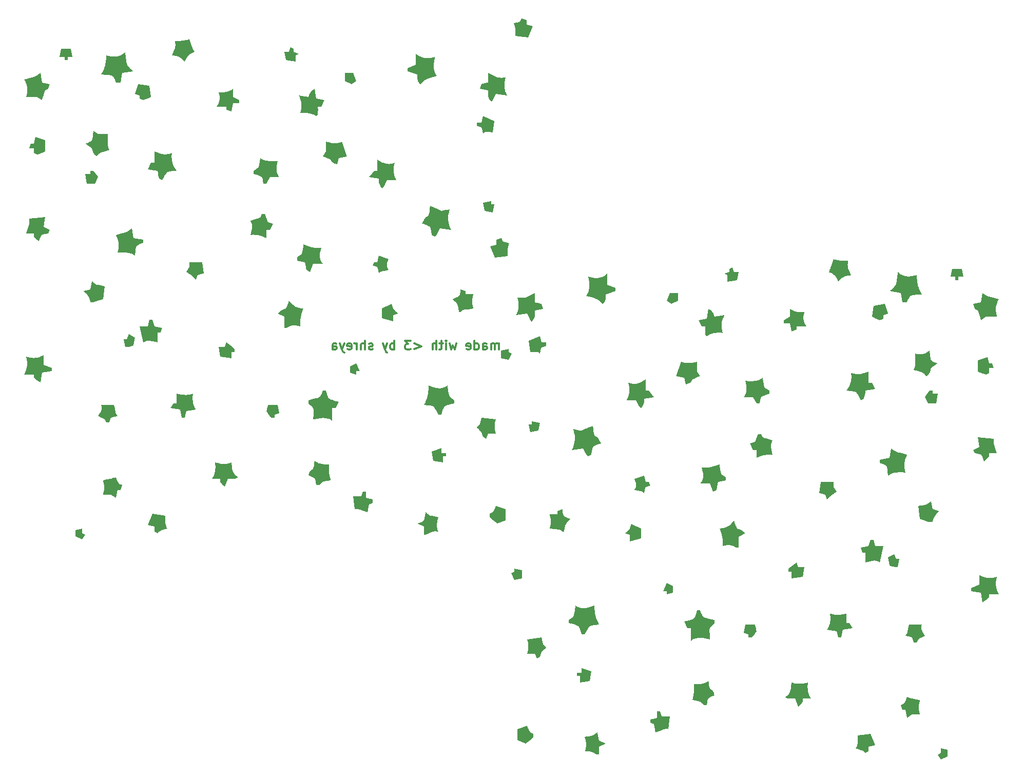
<source format=gbr>
%TF.GenerationSoftware,KiCad,Pcbnew,9.0.2*%
%TF.CreationDate,2025-06-28T19:08:21-05:00*%
%TF.ProjectId,pioneer,70696f6e-6565-4722-9e6b-696361645f70,rev?*%
%TF.SameCoordinates,Original*%
%TF.FileFunction,Legend,Bot*%
%TF.FilePolarity,Positive*%
%FSLAX46Y46*%
G04 Gerber Fmt 4.6, Leading zero omitted, Abs format (unit mm)*
G04 Created by KiCad (PCBNEW 9.0.2) date 2025-06-28 19:08:21*
%MOMM*%
%LPD*%
G01*
G04 APERTURE LIST*
%ADD10C,0.000000*%
%ADD11C,0.300000*%
G04 APERTURE END LIST*
D10*
G36*
X121457590Y-192058064D02*
G01*
X121986756Y-192587232D01*
X121854969Y-192704499D01*
X121751090Y-192798006D01*
X121665819Y-192877054D01*
X121589852Y-192950946D01*
X121513890Y-193028983D01*
X121428629Y-193120467D01*
X121193006Y-193380982D01*
X120928423Y-194174731D01*
X120399257Y-194439315D01*
X120134673Y-193645564D01*
X118811756Y-193645564D01*
X118851791Y-193522009D01*
X118887476Y-193404135D01*
X118918863Y-193291064D01*
X118946007Y-193181922D01*
X118968964Y-193075831D01*
X118987786Y-192971915D01*
X119002529Y-192869298D01*
X119013246Y-192767104D01*
X119019992Y-192664457D01*
X119022821Y-192560480D01*
X119021788Y-192454297D01*
X119016947Y-192345032D01*
X119008351Y-192231809D01*
X118996056Y-192113751D01*
X118980116Y-191989983D01*
X118960585Y-191859628D01*
X118811756Y-191264315D01*
X121193006Y-190999732D01*
X121457590Y-192058064D01*
G37*
G36*
X195805501Y-158191399D02*
G01*
X195793025Y-158461967D01*
X195789148Y-158574599D01*
X195787362Y-158675328D01*
X195788054Y-158766551D01*
X195791612Y-158850667D01*
X195798424Y-158930074D01*
X195808877Y-159007170D01*
X195823358Y-159084352D01*
X195842256Y-159164020D01*
X195865958Y-159248571D01*
X195894851Y-159340403D01*
X195929323Y-159441915D01*
X195969761Y-159555504D01*
X196070088Y-159828507D01*
X196334668Y-160572648D01*
X195011754Y-160572648D01*
X195011754Y-161101815D01*
X194776110Y-161356065D01*
X194690844Y-161445982D01*
X194614880Y-161523497D01*
X194538915Y-161597911D01*
X194453647Y-161678526D01*
X194217999Y-161895566D01*
X194019566Y-161382935D01*
X193926568Y-161185940D01*
X193886640Y-161105796D01*
X193849381Y-161036500D01*
X193813507Y-160977008D01*
X193795689Y-160950614D01*
X193777735Y-160926281D01*
X193759485Y-160903878D01*
X193740779Y-160883276D01*
X193721457Y-160864344D01*
X193701358Y-160846951D01*
X193680321Y-160830969D01*
X193658186Y-160816266D01*
X193634792Y-160802713D01*
X193609980Y-160790178D01*
X193583588Y-160778533D01*
X193555456Y-160767646D01*
X193493330Y-160747628D01*
X193422318Y-160729083D01*
X193341138Y-160710969D01*
X193143132Y-160671868D01*
X192630505Y-160572648D01*
X192365918Y-160043485D01*
X193424252Y-159514317D01*
X193159673Y-157926816D01*
X195805501Y-158191399D01*
G37*
G36*
X195011754Y-145755986D02*
G01*
X195540921Y-145755986D01*
X195805501Y-146549733D01*
X195011754Y-146549733D01*
X195011754Y-147343480D01*
X194482587Y-147608067D01*
X194071241Y-147460273D01*
X193924479Y-147405754D01*
X193796322Y-147355886D01*
X193671265Y-147304468D01*
X193533807Y-147245299D01*
X193159673Y-147078900D01*
X193159673Y-145226819D01*
X194747167Y-144697652D01*
X195011754Y-145755986D01*
G37*
G36*
X90659849Y-99160224D02*
G01*
X89866098Y-99689391D01*
X88807767Y-99160224D01*
X88807767Y-97837302D01*
X90130682Y-97837302D01*
X90659849Y-99160224D01*
G37*
G36*
X47797350Y-132762301D02*
G01*
X48126421Y-132836493D01*
X48456602Y-132905798D01*
X48787887Y-132969500D01*
X49120271Y-133026885D01*
X48855684Y-135143553D01*
X47966849Y-135449476D01*
X47674360Y-135543526D01*
X47450084Y-135606571D01*
X47355775Y-135628405D01*
X47269217Y-135644812D01*
X47187309Y-135656568D01*
X47106952Y-135664449D01*
X46938487Y-135671683D01*
X46739015Y-135672717D01*
X46656335Y-135193160D01*
X46617139Y-135074928D01*
X46576378Y-134964761D01*
X46533767Y-134861859D01*
X46489017Y-134765421D01*
X46441842Y-134674644D01*
X46391955Y-134588727D01*
X46339067Y-134506871D01*
X46282893Y-134428272D01*
X46223144Y-134352131D01*
X46159533Y-134277645D01*
X46091774Y-134204014D01*
X46019578Y-134130437D01*
X45942659Y-134056111D01*
X45860729Y-133980237D01*
X45680688Y-133820635D01*
X46739015Y-133556052D01*
X47003603Y-132233134D01*
X47797350Y-132762301D01*
G37*
G36*
X180087656Y-130792189D02*
G01*
X180234555Y-130898002D01*
X180373070Y-130992579D01*
X180505072Y-131076330D01*
X180632431Y-131149665D01*
X180757019Y-131212991D01*
X180880708Y-131266719D01*
X181005367Y-131311256D01*
X181132869Y-131347013D01*
X181265084Y-131374398D01*
X181403884Y-131393820D01*
X181551140Y-131405688D01*
X181708722Y-131410411D01*
X181878503Y-131408398D01*
X182062353Y-131400058D01*
X182262143Y-131385800D01*
X183105504Y-131203900D01*
X183111764Y-131570818D01*
X183119953Y-131748851D01*
X183131838Y-131923810D01*
X183147663Y-132096106D01*
X183167671Y-132266146D01*
X183192103Y-132434339D01*
X183221204Y-132601094D01*
X183255215Y-132766820D01*
X183294381Y-132931926D01*
X183338943Y-133096819D01*
X183389144Y-133261910D01*
X183445228Y-133427606D01*
X183507438Y-133594317D01*
X183576015Y-133762450D01*
X183651204Y-133932416D01*
X183899251Y-134378903D01*
X183006284Y-134445050D01*
X182683964Y-134475042D01*
X182552153Y-134489706D01*
X182437291Y-134505601D01*
X182385604Y-134514351D01*
X182337418Y-134523818D01*
X182292488Y-134534137D01*
X182250569Y-134545446D01*
X182211417Y-134557881D01*
X182174784Y-134571577D01*
X182140428Y-134586671D01*
X182108101Y-134603299D01*
X182077559Y-134621598D01*
X182048556Y-134641703D01*
X182020848Y-134663752D01*
X181994189Y-134687879D01*
X181968334Y-134714223D01*
X181943037Y-134742918D01*
X181918054Y-134774101D01*
X181893138Y-134807908D01*
X181842530Y-134883940D01*
X181789250Y-134972105D01*
X181666829Y-135189191D01*
X181518002Y-135701817D01*
X180724255Y-135701817D01*
X180459668Y-134114316D01*
X178607587Y-133849736D01*
X179120213Y-133452863D01*
X179221732Y-133327943D01*
X179312270Y-133212175D01*
X179392607Y-133103976D01*
X179463527Y-133001767D01*
X179525809Y-132903966D01*
X179580236Y-132808992D01*
X179627589Y-132715263D01*
X179668649Y-132621200D01*
X179704197Y-132525222D01*
X179735016Y-132425746D01*
X179761885Y-132321192D01*
X179785588Y-132209980D01*
X179806905Y-132090527D01*
X179826617Y-131961254D01*
X179864354Y-131666921D01*
X179930501Y-130674733D01*
X180087656Y-130792189D01*
G37*
G36*
X38801523Y-99424803D02*
G01*
X40124437Y-99689391D01*
X39859850Y-100483138D01*
X39330682Y-100747718D01*
X39189254Y-101141476D01*
X39053691Y-101537346D01*
X38924334Y-101935276D01*
X38801523Y-102335219D01*
X38007768Y-101806052D01*
X37544836Y-101793956D01*
X37081696Y-101789481D01*
X36618572Y-101793291D01*
X36155687Y-101806052D01*
X36321054Y-101094985D01*
X36338242Y-100925140D01*
X36350006Y-100765744D01*
X36356249Y-100615482D01*
X36356875Y-100473041D01*
X36351786Y-100337108D01*
X36340888Y-100206368D01*
X36324082Y-100079509D01*
X36301273Y-99955216D01*
X36272364Y-99832176D01*
X36237259Y-99709076D01*
X36195861Y-99584601D01*
X36148073Y-99457438D01*
X36093800Y-99326274D01*
X36032944Y-99189795D01*
X35891100Y-98895636D01*
X36767534Y-98664130D01*
X37094609Y-98580564D01*
X37349956Y-98510723D01*
X37457212Y-98477922D01*
X37554311Y-98444918D01*
X37643846Y-98410501D01*
X37728409Y-98373459D01*
X37810592Y-98332582D01*
X37892986Y-98286658D01*
X37978183Y-98234476D01*
X38068775Y-98174824D01*
X38167355Y-98106492D01*
X38276514Y-98028269D01*
X38536935Y-97837302D01*
X38801523Y-99424803D01*
G37*
G36*
X80341100Y-93868552D02*
G01*
X80341100Y-94397719D01*
X81134851Y-94662306D01*
X80605684Y-94926886D01*
X80605684Y-95985221D01*
X79018182Y-95720641D01*
X78753599Y-94397719D01*
X79547350Y-94397719D01*
X79811933Y-93603972D01*
X80341100Y-93868552D01*
G37*
G36*
X69565393Y-142544178D02*
G01*
X69898121Y-142806377D01*
X70226819Y-143073621D01*
X70551519Y-143345633D01*
X70551519Y-143874800D01*
X70022352Y-143874800D01*
X70022352Y-144933135D01*
X68170267Y-144668551D01*
X67905683Y-143081050D01*
X68964017Y-143081050D01*
X69228601Y-142287303D01*
X69565393Y-142544178D01*
G37*
G36*
X185751340Y-150783070D02*
G01*
X186545087Y-150783070D01*
X186280499Y-152370564D01*
X184957585Y-152370564D01*
X184428418Y-151312230D01*
X184645458Y-150998041D01*
X184726073Y-150884354D01*
X184800487Y-150783070D01*
X184878003Y-150681784D01*
X184967921Y-150568096D01*
X185222173Y-150253903D01*
X185751340Y-150253903D01*
X185751340Y-150783070D01*
G37*
G36*
X143682588Y-135437238D02*
G01*
X142624257Y-135966405D01*
X141830506Y-135437238D01*
X142359673Y-134114316D01*
X143682588Y-134114316D01*
X143682588Y-135437238D01*
G37*
G36*
X75793573Y-121765559D02*
G01*
X76107767Y-122443553D01*
X76901517Y-122708136D01*
X76372350Y-123766471D01*
X75843183Y-123766471D01*
X75843183Y-125089385D01*
X75264410Y-124824801D01*
X75126461Y-124777471D01*
X74992894Y-124735167D01*
X74863018Y-124697691D01*
X74736147Y-124664848D01*
X74611590Y-124636439D01*
X74488660Y-124612267D01*
X74366669Y-124592136D01*
X74244927Y-124575847D01*
X74122745Y-124563204D01*
X73999437Y-124554009D01*
X73874312Y-124548066D01*
X73746683Y-124545177D01*
X73615861Y-124545145D01*
X73481157Y-124547772D01*
X73197351Y-124560218D01*
X73346178Y-123816077D01*
X73404813Y-123534985D01*
X73427272Y-123418218D01*
X73444869Y-123314107D01*
X73457384Y-123220252D01*
X73464600Y-123134257D01*
X73466299Y-123053723D01*
X73462263Y-122976251D01*
X73452274Y-122899445D01*
X73436113Y-122820904D01*
X73413564Y-122738233D01*
X73384408Y-122649032D01*
X73348426Y-122550903D01*
X73305402Y-122441448D01*
X73197351Y-122178969D01*
X73974565Y-121947459D01*
X74251798Y-121879242D01*
X74364872Y-121849242D01*
X74463017Y-121820366D01*
X74547808Y-121791402D01*
X74620819Y-121761139D01*
X74653399Y-121745142D01*
X74683624Y-121728367D01*
X74711692Y-121710661D01*
X74737799Y-121691874D01*
X74762142Y-121671853D01*
X74784918Y-121650448D01*
X74806323Y-121627508D01*
X74826555Y-121602880D01*
X74845810Y-121576413D01*
X74864285Y-121547957D01*
X74899682Y-121484468D01*
X74934320Y-121411203D01*
X74969775Y-121326950D01*
X75049432Y-121120635D01*
X75578600Y-121120635D01*
X75793573Y-121765559D01*
G37*
G36*
X75198263Y-112124800D02*
G01*
X75356598Y-112185716D01*
X75512628Y-112237888D01*
X75666781Y-112281921D01*
X75819487Y-112318422D01*
X75971176Y-112347995D01*
X76122275Y-112371248D01*
X76273214Y-112388785D01*
X76424422Y-112401212D01*
X76576329Y-112409136D01*
X76729363Y-112413162D01*
X77040529Y-112411944D01*
X77695268Y-112389388D01*
X77529901Y-113116988D01*
X77512580Y-113277025D01*
X77499344Y-113424730D01*
X77490581Y-113561599D01*
X77486677Y-113689127D01*
X77488020Y-113808809D01*
X77494998Y-113922141D01*
X77507997Y-114030619D01*
X77527404Y-114135737D01*
X77553608Y-114238992D01*
X77586995Y-114341879D01*
X77627953Y-114445893D01*
X77676868Y-114552530D01*
X77734128Y-114663285D01*
X77800121Y-114779654D01*
X77875233Y-114903133D01*
X77959852Y-115035216D01*
X76372350Y-115035216D01*
X75843183Y-116093550D01*
X75314016Y-116093550D01*
X75264410Y-115597457D01*
X75206979Y-115387127D01*
X75180960Y-115301041D01*
X75154994Y-115225929D01*
X75141622Y-115192080D01*
X75127774Y-115160484D01*
X75113284Y-115130978D01*
X75097991Y-115103398D01*
X75081729Y-115077580D01*
X75064337Y-115053362D01*
X75045650Y-115030580D01*
X75025504Y-115009069D01*
X75003737Y-114988667D01*
X74980185Y-114969211D01*
X74954684Y-114950535D01*
X74927070Y-114932478D01*
X74897181Y-114914876D01*
X74864853Y-114897565D01*
X74792224Y-114863161D01*
X74707877Y-114827960D01*
X74610502Y-114790653D01*
X74371439Y-114704489D01*
X73726518Y-114506056D01*
X73726518Y-113976889D01*
X74520269Y-113447722D01*
X74633556Y-112966676D01*
X74670663Y-112793704D01*
X74698879Y-112640962D01*
X74721306Y-112489846D01*
X74741043Y-112321753D01*
X74761192Y-112118079D01*
X74784853Y-111860221D01*
X75198263Y-112124800D01*
G37*
G36*
X156442791Y-189037061D02*
G01*
X156489041Y-189160050D01*
X156507903Y-189213794D01*
X156524439Y-189264437D01*
X156539038Y-189313529D01*
X156552086Y-189362622D01*
X156563972Y-189413265D01*
X156575082Y-189467008D01*
X156596528Y-189589998D01*
X156619525Y-189743994D01*
X156647172Y-189941398D01*
X156531675Y-190138802D01*
X156439432Y-190292798D01*
X156399124Y-190357394D01*
X156361142Y-190415788D01*
X156324322Y-190469532D01*
X156287503Y-190520175D01*
X156249520Y-190569268D01*
X156209213Y-190618360D01*
X156165417Y-190669003D01*
X156116971Y-190722746D01*
X156001474Y-190845736D01*
X155853421Y-190999732D01*
X155324254Y-190999732D01*
X155324254Y-190470565D01*
X154530503Y-190205981D01*
X154795087Y-188883065D01*
X156382588Y-188883065D01*
X156442791Y-189037061D01*
G37*
G36*
X113943182Y-98631056D02*
G01*
X114273880Y-98637113D01*
X114604650Y-98639339D01*
X114935416Y-98637424D01*
X115266099Y-98631056D01*
X115100734Y-99342124D01*
X115083546Y-99511968D01*
X115071781Y-99671365D01*
X115065538Y-99821626D01*
X115064912Y-99964067D01*
X115070000Y-100100000D01*
X115080898Y-100230740D01*
X115097703Y-100357599D01*
X115120511Y-100481892D01*
X115149420Y-100604932D01*
X115184525Y-100728033D01*
X115225922Y-100852507D01*
X115273709Y-100979670D01*
X115327982Y-101110834D01*
X115388838Y-101247314D01*
X115530682Y-101541472D01*
X113678599Y-101276885D01*
X113430552Y-101789519D01*
X113337244Y-101970159D01*
X113263895Y-102109136D01*
X113204112Y-102215944D01*
X113177309Y-102260253D01*
X113151499Y-102300080D01*
X113125883Y-102336613D01*
X113099661Y-102371038D01*
X113072034Y-102404544D01*
X113042203Y-102438315D01*
X112972731Y-102511406D01*
X112884849Y-102599806D01*
X112710183Y-102335738D01*
X112639515Y-102224827D01*
X112578924Y-102124381D01*
X112527635Y-102031686D01*
X112484873Y-101944029D01*
X112466447Y-101901242D01*
X112449862Y-101858698D01*
X112435022Y-101816057D01*
X112421828Y-101772979D01*
X112410185Y-101729127D01*
X112399995Y-101684160D01*
X112383587Y-101589528D01*
X112371831Y-101486368D01*
X112363950Y-101371969D01*
X112359170Y-101243618D01*
X112356715Y-101098601D01*
X112355682Y-100747718D01*
X111032765Y-100483138D01*
X111297349Y-99689391D01*
X111478474Y-99629186D01*
X111620843Y-99582934D01*
X111736856Y-99547534D01*
X111838917Y-99519887D01*
X111939428Y-99496890D01*
X112050791Y-99475445D01*
X112185408Y-99452449D01*
X112355682Y-99424803D01*
X112355682Y-97837302D01*
X113943182Y-98631056D01*
G37*
G36*
X163526338Y-179358064D02*
G01*
X164584672Y-179358064D01*
X164320088Y-180945565D01*
X162468003Y-181210149D01*
X162468003Y-180151814D01*
X161938836Y-180151814D01*
X161938836Y-179622647D01*
X162263536Y-179350635D01*
X162592234Y-179083391D01*
X162924962Y-178821192D01*
X163261754Y-178564317D01*
X163526338Y-179358064D01*
G37*
G36*
X185751340Y-169833066D02*
G01*
X186809667Y-170097649D01*
X186629626Y-170257251D01*
X186547696Y-170333125D01*
X186470777Y-170407451D01*
X186398581Y-170481028D01*
X186330822Y-170554659D01*
X186267211Y-170629145D01*
X186207462Y-170705286D01*
X186151288Y-170783885D01*
X186098400Y-170865741D01*
X186048513Y-170951658D01*
X186001338Y-171042435D01*
X185956588Y-171138873D01*
X185913977Y-171241775D01*
X185873216Y-171351942D01*
X185834020Y-171470174D01*
X185751340Y-171949731D01*
X185551868Y-171948697D01*
X185383403Y-171941463D01*
X185303046Y-171933582D01*
X185221138Y-171921826D01*
X185134580Y-171905419D01*
X185040271Y-171883585D01*
X184815995Y-171820540D01*
X184523506Y-171726490D01*
X183634671Y-171420567D01*
X183370084Y-169303899D01*
X183702468Y-169246514D01*
X184033753Y-169182812D01*
X184363934Y-169113507D01*
X184693005Y-169039315D01*
X185486752Y-168510148D01*
X185751340Y-169833066D01*
G37*
G36*
X52626001Y-95389907D02*
G01*
X52663738Y-95684240D01*
X52683450Y-95813513D01*
X52704767Y-95932966D01*
X52728470Y-96044178D01*
X52755339Y-96148732D01*
X52786158Y-96248208D01*
X52821706Y-96344186D01*
X52862766Y-96438249D01*
X52910119Y-96531978D01*
X52964546Y-96626952D01*
X53026828Y-96724753D01*
X53097748Y-96826962D01*
X53178085Y-96935161D01*
X53268623Y-97050929D01*
X53370142Y-97175849D01*
X53882768Y-97572722D01*
X52030687Y-97837302D01*
X51766100Y-99424803D01*
X50972353Y-99424803D01*
X50823526Y-98912177D01*
X50701105Y-98695091D01*
X50647825Y-98606926D01*
X50597217Y-98530894D01*
X50572301Y-98497087D01*
X50547318Y-98465904D01*
X50522021Y-98437209D01*
X50496166Y-98410865D01*
X50469507Y-98386738D01*
X50441799Y-98364689D01*
X50412796Y-98344584D01*
X50382254Y-98326285D01*
X50349927Y-98309657D01*
X50315571Y-98294563D01*
X50278938Y-98280867D01*
X50239786Y-98268432D01*
X50197867Y-98257123D01*
X50152937Y-98246804D01*
X50104751Y-98237337D01*
X50053064Y-98228587D01*
X49938202Y-98212692D01*
X49806391Y-98198028D01*
X49484071Y-98168036D01*
X48591104Y-98101889D01*
X48839151Y-97655402D01*
X48914340Y-97485436D01*
X48982917Y-97317303D01*
X49045127Y-97150592D01*
X49101211Y-96984896D01*
X49151412Y-96819805D01*
X49195974Y-96654912D01*
X49235140Y-96489806D01*
X49269151Y-96324080D01*
X49298252Y-96157325D01*
X49322684Y-95989132D01*
X49342692Y-95819092D01*
X49358517Y-95646796D01*
X49370402Y-95471837D01*
X49378591Y-95293804D01*
X49384851Y-94926886D01*
X50228212Y-95108786D01*
X50428002Y-95123044D01*
X50611852Y-95131384D01*
X50781633Y-95133397D01*
X50939215Y-95128674D01*
X51086471Y-95116806D01*
X51225271Y-95097384D01*
X51357486Y-95069999D01*
X51484988Y-95034242D01*
X51609647Y-94989705D01*
X51733336Y-94935977D01*
X51857924Y-94872651D01*
X51985283Y-94799316D01*
X52117285Y-94715565D01*
X52255800Y-94620988D01*
X52402699Y-94515175D01*
X52559854Y-94397719D01*
X52626001Y-95389907D01*
G37*
G36*
X113678599Y-154987301D02*
G01*
X113529770Y-155582614D01*
X113510239Y-155712969D01*
X113494299Y-155836737D01*
X113482004Y-155954795D01*
X113473408Y-156068018D01*
X113468567Y-156177283D01*
X113467534Y-156283466D01*
X113470363Y-156387443D01*
X113477109Y-156490090D01*
X113487826Y-156592284D01*
X113502569Y-156694901D01*
X113521391Y-156798817D01*
X113544348Y-156904908D01*
X113571492Y-157014050D01*
X113602879Y-157127121D01*
X113638564Y-157244995D01*
X113678599Y-157368550D01*
X112355682Y-157368550D01*
X112091098Y-158162301D01*
X111561932Y-157897717D01*
X111297349Y-157103968D01*
X111061726Y-156843453D01*
X110976465Y-156751969D01*
X110900503Y-156673932D01*
X110824536Y-156600040D01*
X110739265Y-156520992D01*
X110635386Y-156427485D01*
X110503599Y-156310218D01*
X111032765Y-155781050D01*
X111297349Y-154722718D01*
X113678599Y-154987301D01*
G37*
G36*
X92247350Y-167951883D02*
G01*
X93305685Y-168216467D01*
X93305685Y-168745634D01*
X92776517Y-169010216D01*
X92674820Y-169407025D01*
X92640610Y-169550153D01*
X92613360Y-169677099D01*
X92589967Y-169803367D01*
X92567333Y-169944460D01*
X92511934Y-170333133D01*
X91751257Y-170068550D01*
X91497220Y-169972397D01*
X91299118Y-169900468D01*
X91216076Y-169872618D01*
X91141060Y-169849662D01*
X91072082Y-169831212D01*
X91007155Y-169816880D01*
X90944295Y-169806278D01*
X90881514Y-169799020D01*
X90816827Y-169794716D01*
X90748246Y-169792981D01*
X90673786Y-169793426D01*
X90591460Y-169795664D01*
X90395265Y-169803967D01*
X90130682Y-167687300D01*
X91453600Y-167687300D01*
X91718183Y-166893551D01*
X92247350Y-166893551D01*
X92247350Y-167951883D01*
G37*
G36*
X48061937Y-107891471D02*
G01*
X48551862Y-107916323D01*
X48727054Y-107922536D01*
X48880536Y-107924607D01*
X49030912Y-107922536D01*
X49196785Y-107916323D01*
X49649438Y-107891471D01*
X49632898Y-108767905D01*
X49622773Y-109086621D01*
X49618991Y-109335998D01*
X49620509Y-109441164D01*
X49624849Y-109536770D01*
X49632421Y-109625410D01*
X49643639Y-109709675D01*
X49658914Y-109792155D01*
X49678657Y-109875445D01*
X49703281Y-109962135D01*
X49733196Y-110054817D01*
X49768816Y-110156083D01*
X49810552Y-110268526D01*
X49914018Y-110537306D01*
X49153345Y-110768813D01*
X48874870Y-110847978D01*
X48760219Y-110882279D01*
X48659312Y-110914675D01*
X48570161Y-110946376D01*
X48490780Y-110978594D01*
X48419184Y-111012539D01*
X48353385Y-111049423D01*
X48291397Y-111090457D01*
X48231234Y-111136852D01*
X48170910Y-111189820D01*
X48108439Y-111250571D01*
X48041833Y-111320317D01*
X47969107Y-111400268D01*
X47797350Y-111595633D01*
X47622166Y-111419416D01*
X47550271Y-111345067D01*
X47487291Y-111277306D01*
X47432062Y-111214196D01*
X47383421Y-111153799D01*
X47340207Y-111094178D01*
X47320271Y-111064052D01*
X47301256Y-111033394D01*
X47265405Y-110969509D01*
X47231493Y-110900585D01*
X47198356Y-110824686D01*
X47164831Y-110739872D01*
X47129756Y-110644207D01*
X47091968Y-110535751D01*
X47003603Y-110272719D01*
X46689907Y-110009485D01*
X46576344Y-109917322D01*
X46475099Y-109839059D01*
X46373772Y-109765394D01*
X46259959Y-109687025D01*
X46121259Y-109594652D01*
X45945268Y-109478972D01*
X46457903Y-109313605D01*
X46668735Y-109200990D01*
X46754443Y-109152139D01*
X46828465Y-109105934D01*
X46861435Y-109083278D01*
X46891892Y-109060630D01*
X46919973Y-109037771D01*
X46945813Y-109014483D01*
X46969550Y-108990549D01*
X46991320Y-108965750D01*
X47011258Y-108939868D01*
X47029501Y-108912686D01*
X47046185Y-108883985D01*
X47061446Y-108853547D01*
X47075421Y-108821155D01*
X47088247Y-108786590D01*
X47100058Y-108749634D01*
X47110992Y-108710069D01*
X47130772Y-108622241D01*
X47148677Y-108521362D01*
X47165798Y-108405688D01*
X47202043Y-108122977D01*
X47268182Y-107362303D01*
X48061937Y-107891471D01*
G37*
G36*
X102830682Y-170862300D02*
G01*
X103159752Y-170936492D01*
X103489932Y-171005797D01*
X103821216Y-171069498D01*
X104153598Y-171126883D01*
X104004772Y-171722195D01*
X103985240Y-171852551D01*
X103969299Y-171976319D01*
X103957004Y-172094377D01*
X103948409Y-172207600D01*
X103943567Y-172316865D01*
X103942534Y-172423048D01*
X103945363Y-172527025D01*
X103952109Y-172629672D01*
X103962826Y-172731866D01*
X103977569Y-172834483D01*
X103996391Y-172938399D01*
X104019348Y-173044491D01*
X104046492Y-173153634D01*
X104077879Y-173266704D01*
X104113563Y-173384579D01*
X104153598Y-173508134D01*
X103541750Y-173475060D01*
X103472630Y-173479740D01*
X103405696Y-173487118D01*
X103340820Y-173497010D01*
X103277870Y-173509226D01*
X103216718Y-173523582D01*
X103157234Y-173539890D01*
X103042754Y-173577615D01*
X102933395Y-173620908D01*
X102828122Y-173668274D01*
X102625691Y-173769251D01*
X102427180Y-173868594D01*
X102326806Y-173913918D01*
X102224307Y-173954351D01*
X102118647Y-173988400D01*
X102064308Y-174002564D01*
X102008791Y-174014571D01*
X101951966Y-174024235D01*
X101893703Y-174031369D01*
X101833875Y-174035786D01*
X101772350Y-174037300D01*
X101772350Y-172714383D01*
X100714016Y-172185217D01*
X101226646Y-172003316D01*
X101430767Y-171900139D01*
X101513838Y-171855572D01*
X101585703Y-171813651D01*
X101617774Y-171793207D01*
X101647452Y-171772851D01*
X101674874Y-171752394D01*
X101700175Y-171731645D01*
X101723492Y-171710412D01*
X101744962Y-171688506D01*
X101764720Y-171665736D01*
X101782903Y-171641910D01*
X101799647Y-171616838D01*
X101815089Y-171590329D01*
X101829363Y-171562193D01*
X101842608Y-171532238D01*
X101854959Y-171500275D01*
X101866552Y-171466111D01*
X101888010Y-171390422D01*
X101908073Y-171303644D01*
X101927829Y-171204251D01*
X101970787Y-170961519D01*
X102036933Y-170333133D01*
X102830682Y-170862300D01*
G37*
G36*
X56528604Y-99953971D02*
G01*
X56793184Y-101806052D01*
X56419045Y-101972450D01*
X56281586Y-102031620D01*
X56156529Y-102083038D01*
X56028372Y-102132906D01*
X55881612Y-102187424D01*
X55470270Y-102335219D01*
X54941103Y-102070639D01*
X54941103Y-101541472D01*
X54147348Y-101276885D01*
X54676515Y-99689391D01*
X56528604Y-99953971D01*
G37*
G36*
X118948983Y-205863522D02*
G01*
X119000860Y-205976589D01*
X119049847Y-206077667D01*
X119102146Y-206179160D01*
X119163957Y-206293470D01*
X119340923Y-206610147D01*
X119870089Y-206874731D01*
X119870089Y-207403897D01*
X119545390Y-207675910D01*
X119216692Y-207943154D01*
X118883963Y-208205353D01*
X118547173Y-208462231D01*
X117224256Y-207933064D01*
X117224256Y-206080981D01*
X118811756Y-205551814D01*
X118948983Y-205863522D01*
G37*
G36*
X63391233Y-93041732D02*
G01*
X63539129Y-93507290D01*
X63594222Y-93668703D01*
X63645272Y-93803725D01*
X63698673Y-93928247D01*
X63760820Y-94058160D01*
X63838108Y-94209354D01*
X63936933Y-94397719D01*
X63440839Y-94596160D01*
X63323686Y-94667635D01*
X63217260Y-94738018D01*
X63120661Y-94807982D01*
X63032989Y-94878199D01*
X62953343Y-94949341D01*
X62880823Y-95022080D01*
X62814528Y-95097088D01*
X62753558Y-95175039D01*
X62697012Y-95256604D01*
X62643991Y-95342455D01*
X62593592Y-95433264D01*
X62544917Y-95529705D01*
X62497064Y-95632448D01*
X62449133Y-95742167D01*
X62349435Y-95985221D01*
X62035242Y-95604880D01*
X61926508Y-95514924D01*
X61820210Y-95434532D01*
X61715714Y-95363014D01*
X61612385Y-95299679D01*
X61509589Y-95243838D01*
X61406693Y-95194801D01*
X61303063Y-95151879D01*
X61198065Y-95114381D01*
X61091065Y-95081617D01*
X60981430Y-95052897D01*
X60868525Y-95027533D01*
X60751716Y-95004833D01*
X60630369Y-94984109D01*
X60503852Y-94964669D01*
X60232767Y-94926886D01*
X60497354Y-94331572D01*
X60604465Y-94077286D01*
X60647569Y-93970474D01*
X60684222Y-93873728D01*
X60714811Y-93784432D01*
X60739723Y-93699969D01*
X60759348Y-93617723D01*
X60774071Y-93535079D01*
X60784281Y-93449420D01*
X60790366Y-93358130D01*
X60792712Y-93258593D01*
X60791707Y-93148192D01*
X60787740Y-93024313D01*
X60781196Y-92884338D01*
X60761934Y-92545638D01*
X61357248Y-92562171D01*
X61595069Y-92553376D01*
X61823264Y-92537806D01*
X62044563Y-92515086D01*
X62261697Y-92484839D01*
X62477396Y-92446688D01*
X62694390Y-92400257D01*
X62915410Y-92345170D01*
X63143186Y-92281050D01*
X63391233Y-93041732D01*
G37*
G36*
X89072351Y-111595633D02*
G01*
X87749433Y-111860221D01*
X87484850Y-112918555D01*
X87222333Y-112830187D01*
X87115104Y-112792398D01*
X87021828Y-112757322D01*
X86940955Y-112723797D01*
X86870933Y-112690659D01*
X86810213Y-112656746D01*
X86757245Y-112620895D01*
X86710477Y-112581944D01*
X86668361Y-112538729D01*
X86629345Y-112490089D01*
X86591880Y-112434859D01*
X86554414Y-112371879D01*
X86515399Y-112299984D01*
X86426515Y-112124800D01*
X86099208Y-111984140D01*
X85769610Y-111848798D01*
X85437736Y-111719166D01*
X85103601Y-111595633D01*
X85632768Y-110801886D01*
X85657621Y-110311961D01*
X85663834Y-110136769D01*
X85665905Y-109983287D01*
X85663834Y-109832912D01*
X85657621Y-109667038D01*
X85632768Y-109214385D01*
X86360372Y-109363211D01*
X86635923Y-109397087D01*
X86763553Y-109409740D01*
X86885714Y-109419263D01*
X87003376Y-109425448D01*
X87117513Y-109428092D01*
X87229094Y-109426987D01*
X87339091Y-109421927D01*
X87448476Y-109412707D01*
X87558219Y-109399121D01*
X87669292Y-109380963D01*
X87782667Y-109358027D01*
X87899313Y-109330107D01*
X88020204Y-109296997D01*
X88146309Y-109258492D01*
X88278600Y-109214385D01*
X89072351Y-111595633D01*
G37*
G36*
X183881721Y-189141519D02*
G01*
X183875858Y-189248368D01*
X183872447Y-189342979D01*
X183871876Y-189427363D01*
X183874532Y-189503530D01*
X183880802Y-189573490D01*
X183891074Y-189639255D01*
X183905736Y-189702835D01*
X183925175Y-189766240D01*
X183949779Y-189831481D01*
X183979936Y-189900568D01*
X184016033Y-189975512D01*
X184058457Y-190058324D01*
X184163838Y-190255591D01*
X184428418Y-190735148D01*
X184116710Y-190872375D01*
X184003643Y-190924252D01*
X183902564Y-190973239D01*
X183801071Y-191025538D01*
X183686762Y-191087349D01*
X183370084Y-191264315D01*
X183105504Y-191793481D01*
X182576337Y-191793481D01*
X182311749Y-190999732D01*
X181766049Y-190817830D01*
X181253423Y-190735148D01*
X181351637Y-190556019D01*
X181426866Y-190413046D01*
X181457374Y-190350637D01*
X181483953Y-190291889D01*
X181507207Y-190235011D01*
X181527743Y-190178210D01*
X181546166Y-190119692D01*
X181563081Y-190057666D01*
X181579095Y-189990339D01*
X181594812Y-189915919D01*
X181627780Y-189738627D01*
X181666829Y-189511451D01*
X181782590Y-188883065D01*
X183899251Y-188883065D01*
X183881721Y-189141519D01*
G37*
G36*
X179665921Y-178035149D02*
G01*
X180195088Y-178035149D01*
X179930501Y-179358064D01*
X179754284Y-179357547D01*
X179612174Y-179353930D01*
X179549064Y-179349989D01*
X179488667Y-179344111D01*
X179429046Y-179335908D01*
X179368261Y-179324991D01*
X179304376Y-179310974D01*
X179235453Y-179293469D01*
X179159554Y-179272088D01*
X179074740Y-179246444D01*
X178870619Y-179180816D01*
X178607587Y-179093484D01*
X178343007Y-177770566D01*
X179401334Y-177241399D01*
X179665921Y-178035149D01*
G37*
G36*
X59174432Y-170862300D02*
G01*
X59157899Y-171474148D01*
X59152638Y-171719250D01*
X59151660Y-171821365D01*
X59152331Y-171912796D01*
X59155065Y-171995748D01*
X59160273Y-172072423D01*
X59168367Y-172145027D01*
X59179759Y-172215764D01*
X59194859Y-172286839D01*
X59214082Y-172360455D01*
X59237837Y-172438816D01*
X59266536Y-172524129D01*
X59300593Y-172618595D01*
X59340418Y-172724421D01*
X59439020Y-172978966D01*
X58794099Y-173227013D01*
X58579270Y-173299777D01*
X58414248Y-173358450D01*
X58346963Y-173384502D01*
X58287988Y-173409429D01*
X58235943Y-173434031D01*
X58189445Y-173459107D01*
X58147115Y-173485457D01*
X58107572Y-173513880D01*
X58069436Y-173545175D01*
X58031324Y-173580142D01*
X57991858Y-173619581D01*
X57949655Y-173664289D01*
X57851518Y-173772716D01*
X57322351Y-173508134D01*
X57322351Y-172714383D01*
X56264017Y-172449800D01*
X57057771Y-170597717D01*
X59174432Y-170862300D01*
G37*
G36*
X188132588Y-209520564D02*
G01*
X188132588Y-210578897D01*
X187074254Y-211108064D01*
X186545087Y-210314314D01*
X187074254Y-210049730D01*
X187074254Y-209255980D01*
X188132588Y-209520564D01*
G37*
G36*
X132040923Y-132791402D02*
G01*
X133363839Y-133320569D01*
X133363839Y-133849736D01*
X131776339Y-134378903D01*
X131775306Y-134729270D01*
X131772851Y-134873060D01*
X131768071Y-134999021D01*
X131764567Y-135056043D01*
X131760191Y-135109480D01*
X131754845Y-135159622D01*
X131748434Y-135206761D01*
X131740860Y-135251186D01*
X131732027Y-135293189D01*
X131721837Y-135333061D01*
X131710194Y-135371092D01*
X131697000Y-135407572D01*
X131682159Y-135442793D01*
X131665574Y-135477045D01*
X131647148Y-135510618D01*
X131626784Y-135543804D01*
X131604386Y-135576893D01*
X131579856Y-135610176D01*
X131553097Y-135643944D01*
X131524013Y-135678486D01*
X131492506Y-135714094D01*
X131421839Y-135789671D01*
X131340319Y-135873000D01*
X131247172Y-135966405D01*
X131147505Y-135841360D01*
X131051246Y-135728779D01*
X130957354Y-135627585D01*
X130864784Y-135536701D01*
X130772496Y-135455052D01*
X130679447Y-135381560D01*
X130584595Y-135315149D01*
X130486896Y-135254743D01*
X130385309Y-135199264D01*
X130278792Y-135147636D01*
X130166301Y-135098783D01*
X130046795Y-135051628D01*
X129919232Y-135005094D01*
X129782568Y-134958105D01*
X129477771Y-134858457D01*
X128601338Y-134643483D01*
X128682090Y-134483103D01*
X128754256Y-134331543D01*
X128818137Y-134187332D01*
X128874032Y-134048997D01*
X128922243Y-133915068D01*
X128963070Y-133784074D01*
X128996813Y-133654543D01*
X129023773Y-133525003D01*
X129044249Y-133393985D01*
X129058543Y-133260015D01*
X129066954Y-133121624D01*
X129069783Y-132977339D01*
X129067330Y-132825689D01*
X129059897Y-132665204D01*
X129047782Y-132494412D01*
X129031287Y-132311841D01*
X128865922Y-131468488D01*
X129241848Y-131548832D01*
X129583634Y-131614665D01*
X129744949Y-131640174D01*
X129901598Y-131659696D01*
X130054872Y-131672446D01*
X130206059Y-131677638D01*
X130356449Y-131674485D01*
X130507333Y-131662201D01*
X130660000Y-131640000D01*
X130815739Y-131607096D01*
X130975841Y-131562702D01*
X131141595Y-131506034D01*
X131314291Y-131436304D01*
X131495219Y-131352727D01*
X132040923Y-130939320D01*
X132040923Y-132791402D01*
G37*
G36*
X96745266Y-136731051D02*
G01*
X96980889Y-136991564D01*
X97066150Y-137083048D01*
X97142112Y-137161084D01*
X97218079Y-137234976D01*
X97303350Y-137314025D01*
X97407229Y-137407533D01*
X97539016Y-137524802D01*
X96745266Y-137789385D01*
X96745266Y-138847720D01*
X94893182Y-138318553D01*
X94893182Y-136731051D01*
X96480682Y-135937300D01*
X96745266Y-136731051D01*
G37*
G36*
X121193006Y-142316403D02*
G01*
X121986756Y-142316403D01*
X121986756Y-142845570D01*
X121193006Y-143110150D01*
X121011105Y-143655850D01*
X120928423Y-144168485D01*
X120833996Y-144055393D01*
X120793251Y-144009876D01*
X120754977Y-143971162D01*
X120717793Y-143938840D01*
X120699179Y-143924947D01*
X120680319Y-143912497D01*
X120661041Y-143901440D01*
X120641174Y-143891723D01*
X120620543Y-143883295D01*
X120598976Y-143876104D01*
X120576302Y-143870100D01*
X120552347Y-143865230D01*
X120499904Y-143858689D01*
X120440266Y-143856068D01*
X120372055Y-143856957D01*
X120293887Y-143860942D01*
X120204383Y-143867613D01*
X119985845Y-143887364D01*
X119340923Y-143903897D01*
X119076340Y-142051816D01*
X120928423Y-141258069D01*
X121193006Y-142316403D01*
G37*
G36*
X115795265Y-143874800D02*
G01*
X116324432Y-144139384D01*
X115795265Y-145197718D01*
X114472349Y-144933135D01*
X114472349Y-143610217D01*
X115795265Y-143345633D01*
X115795265Y-143874800D01*
G37*
G36*
X179132588Y-159969868D02*
G01*
X179241747Y-160048091D01*
X179340327Y-160116423D01*
X179430919Y-160176075D01*
X179516116Y-160228257D01*
X179598510Y-160274181D01*
X179680693Y-160315058D01*
X179765255Y-160352099D01*
X179854791Y-160386515D01*
X179951890Y-160419518D01*
X180059146Y-160452319D01*
X180314493Y-160522158D01*
X180641568Y-160605721D01*
X181518002Y-160837232D01*
X181376158Y-161131390D01*
X181315302Y-161267870D01*
X181261029Y-161399034D01*
X181213242Y-161526197D01*
X181171844Y-161650672D01*
X181136739Y-161773773D01*
X181107830Y-161896813D01*
X181085021Y-162021106D01*
X181068216Y-162147966D01*
X181057318Y-162278706D01*
X181052230Y-162414640D01*
X181052857Y-162557081D01*
X181059101Y-162707343D01*
X181070866Y-162866739D01*
X181088056Y-163036584D01*
X181253423Y-163747651D01*
X180598685Y-163725093D01*
X180287520Y-163723874D01*
X180134486Y-163727899D01*
X179982579Y-163735823D01*
X179831371Y-163748250D01*
X179680431Y-163765787D01*
X179529331Y-163789040D01*
X179377642Y-163818613D01*
X179224935Y-163855114D01*
X179070781Y-163899147D01*
X178914750Y-163951318D01*
X178756413Y-164012235D01*
X178343007Y-164276814D01*
X178276860Y-163516141D01*
X178240615Y-163233431D01*
X178223494Y-163117758D01*
X178205589Y-163016879D01*
X178185809Y-162929051D01*
X178174875Y-162889487D01*
X178163064Y-162852531D01*
X178150238Y-162817966D01*
X178136263Y-162785573D01*
X178121002Y-162755136D01*
X178104318Y-162726435D01*
X178086075Y-162699252D01*
X178066137Y-162673371D01*
X178044367Y-162648572D01*
X178020631Y-162624637D01*
X177994790Y-162601350D01*
X177966709Y-162578491D01*
X177936252Y-162555842D01*
X177903282Y-162533186D01*
X177829260Y-162486981D01*
X177743552Y-162438129D01*
X177532720Y-162325513D01*
X177020085Y-162160149D01*
X177020085Y-161630982D01*
X178607587Y-161366399D01*
X178872167Y-159778901D01*
X179132588Y-159969868D01*
G37*
G36*
X141036755Y-203964314D02*
G01*
X142359673Y-203964314D01*
X142095090Y-206080981D01*
X141898895Y-206072678D01*
X141816569Y-206070440D01*
X141742109Y-206069995D01*
X141673528Y-206071730D01*
X141608841Y-206076034D01*
X141546060Y-206083292D01*
X141483200Y-206093894D01*
X141418273Y-206108226D01*
X141349295Y-206126676D01*
X141274279Y-206149632D01*
X141191237Y-206177482D01*
X140993135Y-206249411D01*
X140739098Y-206345564D01*
X139978421Y-206610147D01*
X139923022Y-206221474D01*
X139900388Y-206080381D01*
X139876995Y-205954113D01*
X139849745Y-205827167D01*
X139815535Y-205684039D01*
X139713838Y-205287230D01*
X139184670Y-205022648D01*
X139184670Y-204493481D01*
X140243005Y-204228897D01*
X140243005Y-203170565D01*
X140772172Y-203170565D01*
X141036755Y-203964314D01*
G37*
G36*
X129714747Y-156541655D02*
G01*
X129737301Y-156711095D01*
X129760666Y-156862660D01*
X129787944Y-157014952D01*
X129822234Y-157186576D01*
X129924256Y-157662232D01*
X130121660Y-157762485D01*
X130203309Y-157806991D01*
X130275656Y-157850335D01*
X130340251Y-157894454D01*
X130398646Y-157941286D01*
X130452389Y-157992768D01*
X130503032Y-158050840D01*
X130552124Y-158117438D01*
X130601217Y-158194500D01*
X130651860Y-158283965D01*
X130705603Y-158387770D01*
X130763998Y-158507854D01*
X130828593Y-158646153D01*
X130982589Y-158985150D01*
X130760912Y-159040474D01*
X130586331Y-159086487D01*
X130511856Y-159107940D01*
X130443341Y-159129391D01*
X130378849Y-159151615D01*
X130316441Y-159175387D01*
X130254179Y-159201483D01*
X130190127Y-159230677D01*
X130122345Y-159263745D01*
X130048896Y-159301461D01*
X129877246Y-159393941D01*
X129659673Y-159514317D01*
X129477771Y-160192311D01*
X129395089Y-160837232D01*
X128865922Y-161101815D01*
X128778040Y-161013416D01*
X128708567Y-160940326D01*
X128678736Y-160906555D01*
X128651109Y-160873050D01*
X128624888Y-160838625D01*
X128599271Y-160802092D01*
X128573462Y-160762265D01*
X128546659Y-160717957D01*
X128486876Y-160611148D01*
X128413528Y-160472172D01*
X128320220Y-160291531D01*
X128072173Y-159778901D01*
X126220090Y-160043485D01*
X126358140Y-159696347D01*
X126417765Y-159533127D01*
X126471199Y-159375135D01*
X126518498Y-159221118D01*
X126559719Y-159069822D01*
X126594918Y-158919993D01*
X126624152Y-158770378D01*
X126647476Y-158619724D01*
X126664948Y-158466775D01*
X126676624Y-158310280D01*
X126682560Y-158148984D01*
X126682813Y-157981634D01*
X126677439Y-157806976D01*
X126666495Y-157623756D01*
X126650037Y-157430722D01*
X126484673Y-156603902D01*
X126813611Y-156678570D01*
X127143886Y-156747334D01*
X127475283Y-156810527D01*
X127807589Y-156868482D01*
X128171391Y-156688649D01*
X128323837Y-156617336D01*
X128485584Y-156546023D01*
X128678337Y-156465408D01*
X128923800Y-156366190D01*
X129659673Y-156074735D01*
X129714747Y-156541655D01*
G37*
G36*
X54147348Y-141493552D02*
G01*
X53882768Y-142816470D01*
X53619736Y-142903802D01*
X53415615Y-142969430D01*
X53330801Y-142995074D01*
X53254902Y-143016455D01*
X53185979Y-143033960D01*
X53122094Y-143047977D01*
X53061309Y-143058894D01*
X53001688Y-143067097D01*
X52941291Y-143072975D01*
X52878181Y-143076916D01*
X52736071Y-143080533D01*
X52559854Y-143081050D01*
X52295267Y-141758135D01*
X52824434Y-141758135D01*
X53089021Y-140964385D01*
X54147348Y-141493552D01*
G37*
G36*
X120928423Y-155545567D02*
G01*
X120663839Y-156868482D01*
X119340923Y-157133065D01*
X119076340Y-155810151D01*
X119605506Y-155810151D01*
X119605506Y-155280984D01*
X120928423Y-155545567D01*
G37*
G36*
X70286935Y-101806052D02*
G01*
X71345266Y-102335219D01*
X71345266Y-102864386D01*
X70286935Y-102864386D01*
X70022352Y-104187300D01*
X69228601Y-103922721D01*
X69228601Y-103393553D01*
X67641100Y-103393553D01*
X67922220Y-102798239D01*
X67967879Y-102660615D01*
X68007359Y-102532809D01*
X68040648Y-102413461D01*
X68067738Y-102301208D01*
X68088618Y-102194691D01*
X68103280Y-102092548D01*
X68111712Y-101993419D01*
X68113906Y-101895942D01*
X68109850Y-101798757D01*
X68099537Y-101700502D01*
X68082956Y-101599818D01*
X68060096Y-101495341D01*
X68030949Y-101385713D01*
X67995504Y-101269571D01*
X67953752Y-101145556D01*
X67905683Y-101012305D01*
X68500997Y-101045378D01*
X68637767Y-101037595D01*
X68767114Y-101026934D01*
X68889912Y-101013230D01*
X69007031Y-100996317D01*
X69119345Y-100976032D01*
X69227724Y-100952209D01*
X69333040Y-100924683D01*
X69436166Y-100893290D01*
X69537974Y-100857865D01*
X69639334Y-100818242D01*
X69741119Y-100774258D01*
X69844201Y-100725747D01*
X69949452Y-100672544D01*
X70057743Y-100614485D01*
X70286935Y-100483138D01*
X70286935Y-101806052D01*
G37*
G36*
X57322351Y-139641467D02*
G01*
X58645265Y-139906050D01*
X58380685Y-140699801D01*
X57851518Y-140699801D01*
X57851518Y-142287303D01*
X57107378Y-142138472D01*
X56826288Y-142079838D01*
X56709522Y-142057379D01*
X56605412Y-142039784D01*
X56511558Y-142027269D01*
X56425563Y-142020053D01*
X56345029Y-142018354D01*
X56267558Y-142022391D01*
X56190751Y-142032380D01*
X56112210Y-142048540D01*
X56029538Y-142071089D01*
X55940337Y-142100246D01*
X55842207Y-142136227D01*
X55732751Y-142179252D01*
X55470270Y-142287303D01*
X54941103Y-139641467D01*
X56264017Y-139641467D01*
X56528604Y-138583136D01*
X57057771Y-138583136D01*
X57322351Y-139641467D01*
G37*
G36*
X176226338Y-175918481D02*
G01*
X177549252Y-175918481D01*
X177020085Y-178564317D01*
X176757604Y-178456266D01*
X176648148Y-178413241D01*
X176550018Y-178377260D01*
X176460817Y-178348103D01*
X176378145Y-178325554D01*
X176299604Y-178309394D01*
X176222797Y-178299405D01*
X176145326Y-178295368D01*
X176064792Y-178297067D01*
X175978797Y-178304283D01*
X175884943Y-178316798D01*
X175780833Y-178334393D01*
X175664067Y-178356852D01*
X175382977Y-178415486D01*
X174638837Y-178564317D01*
X174638837Y-176976815D01*
X174109670Y-176976815D01*
X173845090Y-176183064D01*
X175168004Y-175918481D01*
X175432584Y-174860150D01*
X175961751Y-174860150D01*
X176226338Y-175918481D01*
G37*
G36*
X185288312Y-144399991D02*
G01*
X185324557Y-144682702D01*
X185341678Y-144798376D01*
X185359583Y-144899255D01*
X185379363Y-144987083D01*
X185390297Y-145026648D01*
X185402108Y-145063604D01*
X185414934Y-145098169D01*
X185428909Y-145130561D01*
X185444170Y-145160999D01*
X185460854Y-145189700D01*
X185479097Y-145216882D01*
X185499035Y-145242764D01*
X185520805Y-145267563D01*
X185544542Y-145291497D01*
X185570382Y-145314785D01*
X185598463Y-145337644D01*
X185628920Y-145360292D01*
X185661890Y-145382948D01*
X185735912Y-145429153D01*
X185821620Y-145478004D01*
X186032452Y-145590619D01*
X186545087Y-145755986D01*
X186369096Y-145871666D01*
X186230396Y-145964039D01*
X186116583Y-146042408D01*
X186015256Y-146116073D01*
X185914011Y-146194336D01*
X185800448Y-146286499D01*
X185486752Y-146549733D01*
X185398387Y-146812765D01*
X185360599Y-146921221D01*
X185325524Y-147016886D01*
X185291999Y-147101700D01*
X185258862Y-147177599D01*
X185224950Y-147246523D01*
X185189099Y-147310408D01*
X185170084Y-147341066D01*
X185150148Y-147371192D01*
X185106934Y-147430813D01*
X185058293Y-147491210D01*
X185003064Y-147554320D01*
X184940084Y-147622081D01*
X184868189Y-147696430D01*
X184693005Y-147872647D01*
X184521248Y-147677282D01*
X184448522Y-147597331D01*
X184381916Y-147527585D01*
X184319445Y-147466834D01*
X184259121Y-147413866D01*
X184198958Y-147367471D01*
X184136970Y-147326437D01*
X184071171Y-147289553D01*
X183999575Y-147255608D01*
X183920194Y-147223390D01*
X183831043Y-147191689D01*
X183730136Y-147159293D01*
X183615485Y-147124992D01*
X183337010Y-147045827D01*
X182576337Y-146814320D01*
X182679803Y-146545540D01*
X182721539Y-146433097D01*
X182757159Y-146331831D01*
X182787074Y-146239149D01*
X182811698Y-146152459D01*
X182831441Y-146069169D01*
X182846716Y-145986689D01*
X182857934Y-145902424D01*
X182865506Y-145813784D01*
X182869846Y-145718178D01*
X182871364Y-145613012D01*
X182867582Y-145363635D01*
X182857457Y-145044919D01*
X182840917Y-144168485D01*
X183293570Y-144193337D01*
X183459443Y-144199550D01*
X183609819Y-144201621D01*
X183763301Y-144199550D01*
X183938493Y-144193337D01*
X184428418Y-144168485D01*
X185222173Y-143639317D01*
X185288312Y-144399991D01*
G37*
G36*
X148765071Y-198532155D02*
G01*
X148787705Y-198673249D01*
X148811098Y-198799517D01*
X148838348Y-198926463D01*
X148872558Y-199069590D01*
X148974255Y-199466397D01*
X149149439Y-199555281D01*
X149221334Y-199594296D01*
X149284314Y-199631762D01*
X149339544Y-199669227D01*
X149388184Y-199708243D01*
X149431399Y-199750359D01*
X149470350Y-199797127D01*
X149506200Y-199850095D01*
X149540113Y-199910815D01*
X149573250Y-199980837D01*
X149606776Y-200061710D01*
X149641851Y-200154986D01*
X149679639Y-200262215D01*
X149768006Y-200524732D01*
X149255376Y-200723168D01*
X149058592Y-200817427D01*
X148978404Y-200857914D01*
X148908897Y-200895717D01*
X148848983Y-200932144D01*
X148822282Y-200950250D01*
X148797570Y-200968503D01*
X148774711Y-200987066D01*
X148753569Y-201006103D01*
X148734007Y-201025776D01*
X148715890Y-201046250D01*
X148699080Y-201067689D01*
X148683442Y-201090255D01*
X148668840Y-201114112D01*
X148655137Y-201139423D01*
X148642196Y-201166353D01*
X148629883Y-201195064D01*
X148606590Y-201258485D01*
X148584169Y-201330995D01*
X148561530Y-201413902D01*
X148511235Y-201616137D01*
X148445088Y-202112231D01*
X147915921Y-202112231D01*
X147752103Y-201919113D01*
X147683009Y-201840557D01*
X147620068Y-201772645D01*
X147561487Y-201714362D01*
X147505474Y-201664688D01*
X147450236Y-201622608D01*
X147422348Y-201604097D01*
X147393981Y-201587103D01*
X147364912Y-201571498D01*
X147334917Y-201557156D01*
X147271250Y-201531750D01*
X147201189Y-201509868D01*
X147122941Y-201490492D01*
X147034712Y-201472604D01*
X146934712Y-201455187D01*
X146692223Y-201417699D01*
X146063840Y-201318480D01*
X146134499Y-201072905D01*
X146192746Y-200835935D01*
X146239714Y-200604096D01*
X146276533Y-200373912D01*
X146304335Y-200141911D01*
X146324252Y-199904616D01*
X146337415Y-199658555D01*
X146344956Y-199400252D01*
X146328423Y-198672648D01*
X146597345Y-198685451D01*
X146848118Y-198690870D01*
X146968326Y-198689916D01*
X147085949Y-198686043D01*
X147201639Y-198678893D01*
X147316045Y-198668109D01*
X147429818Y-198653333D01*
X147543610Y-198634206D01*
X147658071Y-198610372D01*
X147773852Y-198581472D01*
X147891603Y-198547149D01*
X148011976Y-198507046D01*
X148135621Y-198460803D01*
X148263188Y-198408065D01*
X148709672Y-198143481D01*
X148765071Y-198532155D01*
G37*
G36*
X94810501Y-112538214D02*
G01*
X94978035Y-112609322D01*
X95133290Y-112671461D01*
X95278038Y-112724730D01*
X95414050Y-112769223D01*
X95543099Y-112805039D01*
X95666957Y-112832274D01*
X95787396Y-112851024D01*
X95906187Y-112861388D01*
X96025102Y-112863461D01*
X96145915Y-112857340D01*
X96270396Y-112843122D01*
X96400317Y-112820904D01*
X96537451Y-112790783D01*
X96683570Y-112752855D01*
X96840445Y-112707218D01*
X97009849Y-112653968D01*
X96844486Y-113365035D01*
X96827297Y-113534881D01*
X96815532Y-113694278D01*
X96809289Y-113844541D01*
X96808662Y-113986982D01*
X96813750Y-114122916D01*
X96824648Y-114253656D01*
X96841453Y-114380516D01*
X96864262Y-114504809D01*
X96893170Y-114627849D01*
X96928275Y-114750949D01*
X96969673Y-114875423D01*
X97017460Y-115002586D01*
X97071733Y-115133749D01*
X97132588Y-115270227D01*
X97274433Y-115564383D01*
X95686933Y-115564383D01*
X95438886Y-116077017D01*
X95345578Y-116257658D01*
X95272229Y-116396634D01*
X95212446Y-116503443D01*
X95185643Y-116547751D01*
X95159833Y-116587578D01*
X95134217Y-116624111D01*
X95107995Y-116658537D01*
X95080368Y-116692042D01*
X95050537Y-116725814D01*
X94981065Y-116798905D01*
X94893182Y-116887305D01*
X94718516Y-116623754D01*
X94647849Y-116514070D01*
X94587259Y-116416013D01*
X94535970Y-116327259D01*
X94493208Y-116245480D01*
X94458197Y-116168353D01*
X94430163Y-116093551D01*
X94408330Y-116018750D01*
X94391922Y-115941623D01*
X94380166Y-115859845D01*
X94372285Y-115771091D01*
X94367505Y-115673035D01*
X94365051Y-115563352D01*
X94364017Y-115299803D01*
X92776517Y-115035216D01*
X92993557Y-114721027D01*
X93074172Y-114607340D01*
X93148586Y-114506056D01*
X93226101Y-114404770D01*
X93316019Y-114291082D01*
X93570268Y-113976889D01*
X94099433Y-113976889D01*
X94099433Y-112124800D01*
X94810501Y-112538214D01*
G37*
G36*
X190778417Y-131468488D02*
G01*
X189984670Y-131468488D01*
X189984670Y-131997655D01*
X189455502Y-131997655D01*
X189455502Y-131468488D01*
X188661755Y-131468488D01*
X188926335Y-130145566D01*
X190513837Y-130145566D01*
X190778417Y-131468488D01*
G37*
G36*
X113414015Y-105774802D02*
G01*
X113149432Y-107626883D01*
X112504510Y-107610350D01*
X112285972Y-107590599D01*
X112196468Y-107583928D01*
X112118300Y-107579943D01*
X112050089Y-107579054D01*
X111990451Y-107581675D01*
X111938008Y-107588216D01*
X111914053Y-107593086D01*
X111891379Y-107599090D01*
X111869812Y-107606281D01*
X111849181Y-107614709D01*
X111829314Y-107624426D01*
X111810036Y-107635483D01*
X111791176Y-107647933D01*
X111772562Y-107661826D01*
X111735378Y-107694148D01*
X111697104Y-107732862D01*
X111656359Y-107778379D01*
X111561932Y-107891471D01*
X111479250Y-107378836D01*
X111297349Y-106833136D01*
X110503599Y-106568556D01*
X110503599Y-106039389D01*
X111297349Y-106039389D01*
X111561932Y-104981055D01*
X113414015Y-105774802D01*
G37*
G36*
X70105032Y-162875191D02*
G01*
X70138939Y-163028239D01*
X70172339Y-163168721D01*
X70206113Y-163297880D01*
X70241144Y-163416961D01*
X70278314Y-163527205D01*
X70318505Y-163629858D01*
X70362600Y-163726161D01*
X70411481Y-163817357D01*
X70466030Y-163904691D01*
X70527129Y-163989406D01*
X70595660Y-164072744D01*
X70672506Y-164155949D01*
X70758549Y-164240263D01*
X70854671Y-164326932D01*
X70961755Y-164417197D01*
X71080682Y-164512301D01*
X71033944Y-164558878D01*
X70992026Y-164599666D01*
X70953548Y-164635076D01*
X70935167Y-164650894D01*
X70917128Y-164665521D01*
X70899259Y-164679010D01*
X70881387Y-164691411D01*
X70863339Y-164702778D01*
X70844943Y-164713160D01*
X70826027Y-164722609D01*
X70806416Y-164731178D01*
X70785940Y-164738917D01*
X70764425Y-164745877D01*
X70741699Y-164752111D01*
X70717590Y-164757670D01*
X70691923Y-164762605D01*
X70664528Y-164766968D01*
X70635232Y-164770809D01*
X70603861Y-164774182D01*
X70570243Y-164777137D01*
X70534206Y-164779725D01*
X70454184Y-164784009D01*
X70362414Y-164787444D01*
X70138105Y-164793420D01*
X69493185Y-164776883D01*
X68964017Y-166099801D01*
X68728374Y-165882760D01*
X68643108Y-165802145D01*
X68567144Y-165727730D01*
X68491179Y-165650216D01*
X68405913Y-165560299D01*
X68170267Y-165306050D01*
X68170267Y-164776883D01*
X66847353Y-164776883D01*
X67111936Y-164346936D01*
X67168820Y-164204092D01*
X67218056Y-164064335D01*
X67260131Y-163927128D01*
X67295530Y-163791935D01*
X67324739Y-163658217D01*
X67348245Y-163525438D01*
X67366533Y-163393059D01*
X67380089Y-163260545D01*
X67389399Y-163127357D01*
X67394950Y-162992958D01*
X67397227Y-162856811D01*
X67396716Y-162718379D01*
X67389276Y-162432509D01*
X67376516Y-162131051D01*
X68104124Y-162279879D01*
X68379675Y-162313754D01*
X68507305Y-162326407D01*
X68629465Y-162335930D01*
X68747128Y-162342115D01*
X68861264Y-162344758D01*
X68972846Y-162343653D01*
X69082843Y-162338593D01*
X69192228Y-162329373D01*
X69301971Y-162315786D01*
X69413044Y-162297628D01*
X69526418Y-162274692D01*
X69643065Y-162246772D01*
X69763955Y-162213662D01*
X69890060Y-162175157D01*
X70022352Y-162131051D01*
X70105032Y-162875191D01*
G37*
G36*
X147535584Y-186997908D02*
G01*
X147658992Y-187217991D01*
X147712659Y-187307909D01*
X147763584Y-187386156D01*
X147813730Y-187454039D01*
X147865058Y-187512867D01*
X147891779Y-187539294D01*
X147919531Y-187563948D01*
X147948559Y-187586992D01*
X147979110Y-187608589D01*
X148011428Y-187628904D01*
X148045758Y-187648100D01*
X148121437Y-187683787D01*
X148208109Y-187716959D01*
X148307736Y-187748925D01*
X148422280Y-187780991D01*
X148553703Y-187814467D01*
X148875035Y-187890878D01*
X149768006Y-188089314D01*
X149768006Y-188618482D01*
X149371129Y-188932673D01*
X149207699Y-189100031D01*
X149141766Y-189171412D01*
X149085482Y-189237437D01*
X149038193Y-189300237D01*
X148999245Y-189361945D01*
X148967985Y-189424692D01*
X148955033Y-189457121D01*
X148943757Y-189490609D01*
X148925909Y-189561828D01*
X148913786Y-189640481D01*
X148906733Y-189728700D01*
X148904098Y-189828616D01*
X148905225Y-189942360D01*
X148909462Y-190072065D01*
X148924645Y-190387883D01*
X148974255Y-191264315D01*
X148243300Y-191137140D01*
X147901554Y-191085966D01*
X147734055Y-191066693D01*
X147567829Y-191052852D01*
X147402146Y-191045362D01*
X147236274Y-191045138D01*
X147069483Y-191053100D01*
X146901040Y-191070162D01*
X146730214Y-191097245D01*
X146556275Y-191135263D01*
X146378491Y-191185135D01*
X146196130Y-191247779D01*
X145799256Y-191528897D01*
X145799256Y-189412232D01*
X145270089Y-189412232D01*
X144740922Y-188353898D01*
X145501599Y-188171998D01*
X145792002Y-188082857D01*
X145910698Y-188043804D01*
X146014049Y-188006395D01*
X146103800Y-187969103D01*
X146144120Y-187950025D01*
X146181694Y-187930403D01*
X146216740Y-187910048D01*
X146249475Y-187888768D01*
X146280119Y-187866374D01*
X146308889Y-187842673D01*
X146336002Y-187817476D01*
X146361678Y-187790591D01*
X146386133Y-187761828D01*
X146409587Y-187730997D01*
X146432256Y-187697905D01*
X146454359Y-187662363D01*
X146497740Y-187583165D01*
X146541473Y-187491875D01*
X146587301Y-187386969D01*
X146692223Y-187130200D01*
X146857587Y-186501817D01*
X147386754Y-186501817D01*
X147535584Y-186997908D01*
G37*
G36*
X137597173Y-173008065D02*
G01*
X137597173Y-174595567D01*
X135745089Y-175124734D01*
X135745089Y-174066399D01*
X134951339Y-173801816D01*
X135083126Y-173684547D01*
X135187005Y-173591039D01*
X135272276Y-173511990D01*
X135348243Y-173438098D01*
X135424205Y-173360062D01*
X135509466Y-173268578D01*
X135745089Y-173008065D01*
X136009673Y-172214314D01*
X137597173Y-173008065D01*
G37*
G36*
X181774295Y-200880128D02*
G01*
X181975836Y-200950070D01*
X182140259Y-201003986D01*
X182285199Y-201046719D01*
X182428291Y-201083115D01*
X182587170Y-201118018D01*
X182779469Y-201156273D01*
X183022824Y-201202725D01*
X183634671Y-201318480D01*
X183594636Y-201442035D01*
X183558952Y-201559910D01*
X183527565Y-201672980D01*
X183500421Y-201782123D01*
X183477465Y-201888214D01*
X183458642Y-201992130D01*
X183443900Y-202094747D01*
X183433183Y-202196941D01*
X183426437Y-202299589D01*
X183423607Y-202403566D01*
X183424641Y-202509749D01*
X183429482Y-202619014D01*
X183438078Y-202732237D01*
X183450373Y-202850295D01*
X183466313Y-202974063D01*
X183485845Y-203104419D01*
X183634671Y-203699731D01*
X183260580Y-203674856D01*
X183123132Y-203668637D01*
X182998078Y-203666564D01*
X182869916Y-203668637D01*
X182723143Y-203674856D01*
X182311749Y-203699731D01*
X181518002Y-204228897D01*
X181253423Y-202905981D01*
X180724255Y-202905981D01*
X180459668Y-202112231D01*
X180649826Y-202037034D01*
X180727732Y-202004355D01*
X180795804Y-201973374D01*
X180855254Y-201942903D01*
X180907291Y-201911755D01*
X180930910Y-201895557D01*
X180953129Y-201878744D01*
X180974101Y-201861169D01*
X180993977Y-201842683D01*
X181012909Y-201823137D01*
X181031048Y-201802384D01*
X181048545Y-201780275D01*
X181065552Y-201756661D01*
X181098700Y-201704327D01*
X181131703Y-201644194D01*
X181165773Y-201575077D01*
X181202121Y-201495787D01*
X181286496Y-201301944D01*
X181518002Y-200789315D01*
X181774295Y-200880128D01*
G37*
G36*
X50823526Y-153234437D02*
G01*
X50862575Y-153461613D01*
X50895543Y-153638905D01*
X50911260Y-153713325D01*
X50927274Y-153780652D01*
X50944189Y-153842678D01*
X50962612Y-153901196D01*
X50983148Y-153957997D01*
X51006402Y-154014875D01*
X51032981Y-154073623D01*
X51063489Y-154136032D01*
X51138718Y-154279005D01*
X51236932Y-154458134D01*
X50724306Y-154540816D01*
X50178606Y-154722718D01*
X49914018Y-155516467D01*
X49384851Y-155516467D01*
X49120271Y-154987301D01*
X48803593Y-154810335D01*
X48689284Y-154748524D01*
X48587791Y-154696225D01*
X48486712Y-154647238D01*
X48373645Y-154595361D01*
X48061937Y-154458134D01*
X48326517Y-153978577D01*
X48431898Y-153781310D01*
X48474322Y-153698498D01*
X48510419Y-153623554D01*
X48540576Y-153554467D01*
X48565180Y-153489226D01*
X48584619Y-153425821D01*
X48599281Y-153362241D01*
X48609553Y-153296476D01*
X48615823Y-153226516D01*
X48618479Y-153150349D01*
X48617908Y-153065965D01*
X48614497Y-152971354D01*
X48608634Y-152864505D01*
X48591104Y-152606051D01*
X50707765Y-152606051D01*
X50823526Y-153234437D01*
G37*
G36*
X51203859Y-165024930D02*
G01*
X51288234Y-165218773D01*
X51324582Y-165298063D01*
X51358652Y-165367180D01*
X51391655Y-165427313D01*
X51424803Y-165479647D01*
X51441810Y-165503261D01*
X51459307Y-165525370D01*
X51477446Y-165546123D01*
X51496378Y-165565669D01*
X51516254Y-165584155D01*
X51537226Y-165601730D01*
X51559445Y-165618543D01*
X51583064Y-165634741D01*
X51635101Y-165665889D01*
X51694551Y-165696360D01*
X51762623Y-165727341D01*
X51840529Y-165760020D01*
X52030687Y-165835217D01*
X51766100Y-166628967D01*
X51236932Y-166628967D01*
X50972353Y-167951883D01*
X50178606Y-167422717D01*
X49767212Y-167397842D01*
X49620439Y-167391623D01*
X49492277Y-167389550D01*
X49367223Y-167391623D01*
X49229775Y-167397842D01*
X48855684Y-167422717D01*
X49004510Y-166827405D01*
X49024042Y-166697049D01*
X49039982Y-166573281D01*
X49052277Y-166455223D01*
X49060873Y-166342000D01*
X49065714Y-166232735D01*
X49066748Y-166126552D01*
X49063918Y-166022575D01*
X49057172Y-165919927D01*
X49046455Y-165817733D01*
X49031713Y-165715116D01*
X49012890Y-165611200D01*
X48989934Y-165505109D01*
X48962790Y-165395966D01*
X48931403Y-165282896D01*
X48895719Y-165165021D01*
X48855684Y-165041466D01*
X49467531Y-164925711D01*
X49710886Y-164879259D01*
X49903185Y-164841004D01*
X50062064Y-164806101D01*
X50205156Y-164769705D01*
X50350096Y-164726972D01*
X50514519Y-164673056D01*
X50716060Y-164603114D01*
X50972353Y-164512301D01*
X51203859Y-165024930D01*
G37*
G36*
X95951517Y-128528968D02*
G01*
X95802688Y-129008525D01*
X95745816Y-129215362D01*
X95724049Y-129301933D01*
X95707020Y-129379954D01*
X95694945Y-129451433D01*
X95688044Y-129518383D01*
X95686602Y-129550787D01*
X95686534Y-129582813D01*
X95687869Y-129614712D01*
X95690633Y-129646735D01*
X95694854Y-129679133D01*
X95700559Y-129712158D01*
X95716531Y-129781093D01*
X95738765Y-129855552D01*
X95767481Y-129937543D01*
X95802896Y-130029078D01*
X95845229Y-130132168D01*
X95951517Y-130381053D01*
X95306594Y-130496806D01*
X95089142Y-130523993D01*
X95000065Y-130536274D01*
X94922246Y-130548487D01*
X94854306Y-130561239D01*
X94794863Y-130575134D01*
X94742536Y-130590779D01*
X94695945Y-130608779D01*
X94653709Y-130629739D01*
X94614448Y-130654265D01*
X94576780Y-130682962D01*
X94539324Y-130716437D01*
X94500701Y-130755294D01*
X94459529Y-130800140D01*
X94364017Y-130910220D01*
X94281334Y-130397589D01*
X94099433Y-129851885D01*
X93305685Y-129587302D01*
X93570268Y-129058135D01*
X94099433Y-129058135D01*
X94364017Y-127999800D01*
X95951517Y-128528968D01*
G37*
G36*
X84227167Y-162131051D02*
G01*
X84354734Y-162183789D01*
X84478379Y-162230032D01*
X84598752Y-162270135D01*
X84716503Y-162304458D01*
X84832284Y-162333358D01*
X84946745Y-162357192D01*
X85060537Y-162376319D01*
X85174310Y-162391095D01*
X85288716Y-162401879D01*
X85404406Y-162409029D01*
X85522029Y-162412902D01*
X85642237Y-162413856D01*
X85893010Y-162408437D01*
X86161932Y-162395634D01*
X86145399Y-163123238D01*
X86152940Y-163381541D01*
X86166103Y-163627602D01*
X86186020Y-163864897D01*
X86213822Y-164096898D01*
X86250641Y-164327082D01*
X86297609Y-164558921D01*
X86355856Y-164795891D01*
X86426515Y-165041466D01*
X85798132Y-165140685D01*
X85555643Y-165178173D01*
X85455643Y-165195590D01*
X85367414Y-165213478D01*
X85289166Y-165232854D01*
X85219105Y-165254736D01*
X85155438Y-165280142D01*
X85125443Y-165294484D01*
X85096374Y-165310089D01*
X85068007Y-165327083D01*
X85040119Y-165345594D01*
X84984881Y-165387674D01*
X84928868Y-165437348D01*
X84870287Y-165495631D01*
X84807346Y-165563543D01*
X84738252Y-165642099D01*
X84574434Y-165835217D01*
X84045267Y-165835217D01*
X83979120Y-165339123D01*
X83928825Y-165136888D01*
X83906186Y-165053981D01*
X83883765Y-164981471D01*
X83860472Y-164918050D01*
X83848159Y-164889339D01*
X83835218Y-164862409D01*
X83821515Y-164837098D01*
X83806913Y-164813241D01*
X83791275Y-164790675D01*
X83774465Y-164769236D01*
X83756348Y-164748762D01*
X83736786Y-164729089D01*
X83715644Y-164710052D01*
X83692785Y-164691489D01*
X83668073Y-164673236D01*
X83641372Y-164655130D01*
X83581458Y-164618703D01*
X83511951Y-164580900D01*
X83431763Y-164540413D01*
X83234979Y-164446154D01*
X82722349Y-164247718D01*
X82810716Y-163985201D01*
X82848504Y-163877972D01*
X82883579Y-163784696D01*
X82917105Y-163703823D01*
X82950242Y-163633801D01*
X82984155Y-163573081D01*
X83020005Y-163520113D01*
X83058956Y-163473345D01*
X83102171Y-163431229D01*
X83150811Y-163392213D01*
X83206041Y-163354748D01*
X83269021Y-163317282D01*
X83340916Y-163278267D01*
X83516100Y-163189383D01*
X83617797Y-162792576D01*
X83652007Y-162649449D01*
X83679257Y-162522503D01*
X83702650Y-162396235D01*
X83725284Y-162255141D01*
X83780683Y-161866467D01*
X84227167Y-162131051D01*
G37*
G36*
X157729163Y-148395093D02*
G01*
X157749312Y-148598767D01*
X157769049Y-148766860D01*
X157791476Y-148917976D01*
X157819692Y-149070718D01*
X157856799Y-149243690D01*
X157970086Y-149724736D01*
X158763837Y-150253903D01*
X158763837Y-150783070D01*
X158118916Y-150981503D01*
X157879853Y-151067667D01*
X157782478Y-151104974D01*
X157698131Y-151140175D01*
X157625502Y-151174579D01*
X157593174Y-151191890D01*
X157563285Y-151209492D01*
X157535671Y-151227549D01*
X157510170Y-151246225D01*
X157486618Y-151265681D01*
X157464851Y-151286083D01*
X157444705Y-151307594D01*
X157426018Y-151330376D01*
X157408626Y-151354594D01*
X157392364Y-151380412D01*
X157377071Y-151407992D01*
X157362581Y-151437498D01*
X157348733Y-151469094D01*
X157335361Y-151502943D01*
X157309395Y-151578055D01*
X157283376Y-151664141D01*
X157225945Y-151874471D01*
X157176339Y-152370564D01*
X156647172Y-152370564D01*
X156118005Y-151312230D01*
X154530503Y-151312230D01*
X154615122Y-151180147D01*
X154690234Y-151056668D01*
X154756227Y-150940299D01*
X154813487Y-150829544D01*
X154862402Y-150722907D01*
X154903360Y-150618893D01*
X154936747Y-150516006D01*
X154962951Y-150412751D01*
X154982358Y-150307633D01*
X154995357Y-150199155D01*
X155002335Y-150085823D01*
X155003678Y-149966141D01*
X154999774Y-149838613D01*
X154991011Y-149701744D01*
X154977775Y-149554039D01*
X154960454Y-149394002D01*
X154795087Y-148666402D01*
X155449826Y-148688958D01*
X155760992Y-148690176D01*
X155914026Y-148686150D01*
X156065933Y-148678226D01*
X156217141Y-148665799D01*
X156368080Y-148648262D01*
X156519179Y-148625009D01*
X156670868Y-148595436D01*
X156823574Y-148558935D01*
X156977727Y-148514902D01*
X157133757Y-148462730D01*
X157292092Y-148401814D01*
X157705502Y-148137235D01*
X157729163Y-148395093D01*
G37*
G36*
X194213841Y-134305283D02*
G01*
X194323000Y-134383506D01*
X194421580Y-134451838D01*
X194512172Y-134511490D01*
X194597369Y-134563672D01*
X194679763Y-134609596D01*
X194761946Y-134650473D01*
X194846509Y-134687515D01*
X194936044Y-134721932D01*
X195033143Y-134754936D01*
X195140399Y-134787737D01*
X195395746Y-134857578D01*
X195722821Y-134941144D01*
X196599255Y-135172650D01*
X196457411Y-135466809D01*
X196396555Y-135603288D01*
X196342282Y-135734452D01*
X196294494Y-135861615D01*
X196253096Y-135986090D01*
X196217991Y-136109190D01*
X196189082Y-136232230D01*
X196166273Y-136356523D01*
X196149467Y-136483382D01*
X196138569Y-136614122D01*
X196133480Y-136750055D01*
X196134106Y-136892496D01*
X196140349Y-137042758D01*
X196152113Y-137202154D01*
X196169301Y-137371999D01*
X196334668Y-138083066D01*
X195871783Y-138070305D01*
X195408659Y-138066495D01*
X194945519Y-138070970D01*
X194482587Y-138083066D01*
X193688832Y-138612233D01*
X193566021Y-138212290D01*
X193436664Y-137814360D01*
X193301101Y-137418490D01*
X193159673Y-137024732D01*
X192630505Y-136760152D01*
X192365918Y-135966405D01*
X193688832Y-135701817D01*
X193953420Y-134114316D01*
X194213841Y-134305283D01*
G37*
G36*
X165101079Y-198709523D02*
G01*
X165093639Y-198995393D01*
X165093128Y-199133825D01*
X165095405Y-199269972D01*
X165100956Y-199404371D01*
X165110266Y-199537559D01*
X165123822Y-199670073D01*
X165142110Y-199802452D01*
X165165616Y-199935231D01*
X165194825Y-200068949D01*
X165230224Y-200204142D01*
X165272299Y-200341349D01*
X165321535Y-200481106D01*
X165378419Y-200623950D01*
X165643002Y-201053897D01*
X164320088Y-201053897D01*
X164320088Y-201583064D01*
X164084442Y-201837313D01*
X163999176Y-201927230D01*
X163923211Y-202004744D01*
X163847247Y-202079159D01*
X163761981Y-202159774D01*
X163526338Y-202376815D01*
X162997170Y-201053897D01*
X162352250Y-201070434D01*
X162127941Y-201064458D01*
X162036171Y-201061023D01*
X161956149Y-201056739D01*
X161920112Y-201054151D01*
X161886494Y-201051196D01*
X161855123Y-201047823D01*
X161825827Y-201043982D01*
X161798432Y-201039619D01*
X161772765Y-201034684D01*
X161748656Y-201029125D01*
X161725930Y-201022891D01*
X161704415Y-201015931D01*
X161683939Y-201008192D01*
X161664328Y-200999623D01*
X161645412Y-200990174D01*
X161627016Y-200979792D01*
X161608968Y-200968425D01*
X161591096Y-200956024D01*
X161573227Y-200942535D01*
X161555188Y-200927908D01*
X161536807Y-200912090D01*
X161498329Y-200876680D01*
X161456411Y-200835892D01*
X161409673Y-200789315D01*
X161528600Y-200694211D01*
X161635684Y-200603946D01*
X161731806Y-200517277D01*
X161817849Y-200432963D01*
X161894695Y-200349758D01*
X161963226Y-200266420D01*
X162024325Y-200181705D01*
X162078874Y-200094371D01*
X162127755Y-200003175D01*
X162171850Y-199906872D01*
X162212041Y-199804219D01*
X162249211Y-199693975D01*
X162284242Y-199574894D01*
X162318016Y-199445735D01*
X162351416Y-199305253D01*
X162385323Y-199152205D01*
X162468003Y-198408065D01*
X162600295Y-198452171D01*
X162726400Y-198490676D01*
X162847290Y-198523786D01*
X162963937Y-198551706D01*
X163077311Y-198574642D01*
X163188384Y-198592800D01*
X163298127Y-198606387D01*
X163407512Y-198615607D01*
X163517509Y-198620667D01*
X163629091Y-198621772D01*
X163743227Y-198619129D01*
X163860890Y-198612944D01*
X163983050Y-198603421D01*
X164110680Y-198590768D01*
X164386231Y-198556893D01*
X165113839Y-198408065D01*
X165101079Y-198709523D01*
G37*
G36*
X39330682Y-108949805D02*
G01*
X39330682Y-110801886D01*
X38956548Y-110968285D01*
X38819090Y-111027454D01*
X38694033Y-111078872D01*
X38565876Y-111128740D01*
X38419114Y-111183259D01*
X38007768Y-111331053D01*
X37478601Y-111066466D01*
X37478601Y-110272719D01*
X36684854Y-110272719D01*
X36949434Y-109478972D01*
X37478601Y-109478972D01*
X37743188Y-108420638D01*
X39330682Y-108949805D01*
G37*
G36*
X85798132Y-150853186D02*
G01*
X85903054Y-151109955D01*
X85948882Y-151214861D01*
X85992615Y-151306151D01*
X86035996Y-151385349D01*
X86058099Y-151420891D01*
X86080768Y-151453983D01*
X86104222Y-151484814D01*
X86128677Y-151513577D01*
X86154353Y-151540462D01*
X86181466Y-151565659D01*
X86210236Y-151589360D01*
X86240880Y-151611754D01*
X86273615Y-151633034D01*
X86308661Y-151653389D01*
X86346235Y-151673011D01*
X86386555Y-151692089D01*
X86476306Y-151729381D01*
X86579657Y-151766790D01*
X86698353Y-151805843D01*
X86988756Y-151894984D01*
X87749433Y-152076884D01*
X87220266Y-153135218D01*
X86691099Y-153135218D01*
X86691099Y-155251883D01*
X86294225Y-154970765D01*
X86111864Y-154908121D01*
X85934080Y-154858249D01*
X85760141Y-154820231D01*
X85589315Y-154793148D01*
X85420872Y-154776086D01*
X85254081Y-154768124D01*
X85088209Y-154768348D01*
X84922526Y-154775838D01*
X84756300Y-154789679D01*
X84588801Y-154808952D01*
X84247055Y-154860126D01*
X83516100Y-154987301D01*
X83565710Y-154110869D01*
X83580893Y-153795051D01*
X83585130Y-153665346D01*
X83586257Y-153551602D01*
X83583622Y-153451686D01*
X83576569Y-153363467D01*
X83564446Y-153284814D01*
X83546598Y-153213595D01*
X83535322Y-153180107D01*
X83522370Y-153147678D01*
X83491110Y-153084931D01*
X83452162Y-153023223D01*
X83404873Y-152960423D01*
X83348589Y-152894398D01*
X83282656Y-152823017D01*
X83119226Y-152655659D01*
X82722349Y-152341468D01*
X82722349Y-151812300D01*
X83615320Y-151613864D01*
X83936652Y-151537453D01*
X84068075Y-151503977D01*
X84182619Y-151471911D01*
X84282246Y-151439945D01*
X84368918Y-151406773D01*
X84444597Y-151371086D01*
X84478927Y-151351890D01*
X84511245Y-151331575D01*
X84541796Y-151309978D01*
X84570824Y-151286934D01*
X84598576Y-151262280D01*
X84625297Y-151235853D01*
X84676625Y-151177025D01*
X84726771Y-151109142D01*
X84777696Y-151030895D01*
X84831363Y-150940977D01*
X84954771Y-150720894D01*
X85103601Y-150224803D01*
X85632768Y-150224803D01*
X85798132Y-150853186D01*
G37*
G36*
X162432612Y-136891499D02*
G01*
X162540903Y-136949558D01*
X162646154Y-137002761D01*
X162749236Y-137051272D01*
X162851021Y-137095256D01*
X162952381Y-137134879D01*
X163054189Y-137170304D01*
X163157315Y-137201697D01*
X163262631Y-137229223D01*
X163371010Y-137253046D01*
X163483324Y-137273331D01*
X163600443Y-137290244D01*
X163723241Y-137303948D01*
X163852588Y-137314609D01*
X163989358Y-137322392D01*
X164584672Y-137289319D01*
X164536603Y-137422570D01*
X164494851Y-137546585D01*
X164459406Y-137662727D01*
X164430259Y-137772355D01*
X164407399Y-137876832D01*
X164390818Y-137977516D01*
X164380505Y-138075771D01*
X164376449Y-138172956D01*
X164378643Y-138270433D01*
X164387075Y-138369562D01*
X164401737Y-138471705D01*
X164422617Y-138578222D01*
X164449707Y-138690475D01*
X164482996Y-138809823D01*
X164522476Y-138937629D01*
X164568135Y-139075253D01*
X164849255Y-139670567D01*
X163261754Y-139670567D01*
X163261754Y-140199735D01*
X162468003Y-140464314D01*
X162203420Y-139141400D01*
X161145089Y-139141400D01*
X161145089Y-138612233D01*
X162203420Y-138083066D01*
X162203420Y-136760152D01*
X162432612Y-136891499D01*
G37*
G36*
X178343007Y-137553899D02*
G01*
X177549252Y-137818486D01*
X177549252Y-138347653D01*
X177020085Y-138612233D01*
X176608743Y-138464438D01*
X176461983Y-138409920D01*
X176333826Y-138360052D01*
X176208769Y-138308634D01*
X176071310Y-138249464D01*
X175697171Y-138083066D01*
X175961751Y-136230985D01*
X177813840Y-135966405D01*
X178343007Y-137553899D01*
G37*
G36*
X146832734Y-145944052D02*
G01*
X146826521Y-146109926D01*
X146824450Y-146260301D01*
X146826521Y-146413783D01*
X146832734Y-146588975D01*
X146857587Y-147078900D01*
X147386754Y-147872647D01*
X147052619Y-147996180D01*
X146720745Y-148125812D01*
X146391147Y-148261154D01*
X146063840Y-148401814D01*
X145974956Y-148576998D01*
X145935941Y-148648893D01*
X145898475Y-148711873D01*
X145861010Y-148767103D01*
X145821994Y-148815743D01*
X145779878Y-148858958D01*
X145733110Y-148897909D01*
X145680142Y-148933760D01*
X145619422Y-148967673D01*
X145549400Y-149000811D01*
X145468527Y-149034336D01*
X145375251Y-149069412D01*
X145268022Y-149107201D01*
X145005505Y-149195569D01*
X144740922Y-148137235D01*
X143418004Y-147872647D01*
X144211755Y-145491399D01*
X144344046Y-145535506D01*
X144470151Y-145574011D01*
X144591042Y-145607121D01*
X144707688Y-145635041D01*
X144821063Y-145657977D01*
X144932136Y-145676135D01*
X145041879Y-145689721D01*
X145151264Y-145698941D01*
X145261261Y-145704001D01*
X145372842Y-145705106D01*
X145486979Y-145702462D01*
X145604641Y-145696277D01*
X145726802Y-145686754D01*
X145854432Y-145674101D01*
X146129983Y-145640225D01*
X146857587Y-145491399D01*
X146832734Y-145944052D01*
G37*
G36*
X130519568Y-207238533D02*
G01*
X130562526Y-207481265D01*
X130582282Y-207580658D01*
X130602345Y-207667436D01*
X130623803Y-207743125D01*
X130635396Y-207777289D01*
X130647747Y-207809252D01*
X130660992Y-207839207D01*
X130675266Y-207867343D01*
X130690708Y-207893852D01*
X130707452Y-207918924D01*
X130725635Y-207942750D01*
X130745393Y-207965520D01*
X130766863Y-207987426D01*
X130790180Y-208008659D01*
X130815481Y-208029408D01*
X130842903Y-208049865D01*
X130872581Y-208070221D01*
X130904652Y-208090665D01*
X130976517Y-208132586D01*
X131059588Y-208177153D01*
X131263709Y-208280330D01*
X131776339Y-208462231D01*
X130718005Y-208991397D01*
X130718005Y-210314314D01*
X130656480Y-210312800D01*
X130596652Y-210308383D01*
X130538389Y-210301249D01*
X130481564Y-210291585D01*
X130426047Y-210279578D01*
X130371708Y-210265414D01*
X130266048Y-210231365D01*
X130163549Y-210190932D01*
X130063175Y-210145608D01*
X129864664Y-210046265D01*
X129662233Y-209945288D01*
X129556960Y-209897922D01*
X129447601Y-209854629D01*
X129333121Y-209816904D01*
X129273637Y-209800596D01*
X129212485Y-209786240D01*
X129149535Y-209774024D01*
X129084659Y-209764132D01*
X129017725Y-209756754D01*
X128948605Y-209752074D01*
X128336757Y-209785148D01*
X128376792Y-209661593D01*
X128412476Y-209543718D01*
X128443863Y-209430648D01*
X128471007Y-209321505D01*
X128493964Y-209215413D01*
X128512786Y-209111497D01*
X128527529Y-209008880D01*
X128538246Y-208906686D01*
X128544992Y-208804039D01*
X128547821Y-208700062D01*
X128546788Y-208593879D01*
X128541946Y-208484614D01*
X128533351Y-208371391D01*
X128521056Y-208253333D01*
X128505115Y-208129565D01*
X128485583Y-207999209D01*
X128336757Y-207403897D01*
X128669139Y-207346512D01*
X129000423Y-207282811D01*
X129330603Y-207213506D01*
X129659673Y-207139314D01*
X130453422Y-206610147D01*
X130519568Y-207238533D01*
G37*
G36*
X138390922Y-150253903D02*
G01*
X138920087Y-150253903D01*
X139174336Y-150568096D01*
X139264254Y-150681784D01*
X139341769Y-150783070D01*
X139416183Y-150884354D01*
X139496798Y-150998041D01*
X139713838Y-151312230D01*
X138126338Y-151576817D01*
X138125304Y-151840366D01*
X138122850Y-151950049D01*
X138118070Y-152048105D01*
X138110189Y-152136859D01*
X138098433Y-152218637D01*
X138082025Y-152295764D01*
X138060192Y-152370565D01*
X138032158Y-152445367D01*
X137997147Y-152522494D01*
X137954385Y-152604273D01*
X137903096Y-152693027D01*
X137842506Y-152791084D01*
X137771839Y-152900768D01*
X137597173Y-153164319D01*
X137509290Y-153075919D01*
X137439818Y-153002828D01*
X137409987Y-152969056D01*
X137382360Y-152935551D01*
X137356138Y-152901125D01*
X137330522Y-152864592D01*
X137304712Y-152824765D01*
X137277909Y-152780457D01*
X137218126Y-152673648D01*
X137144777Y-152534672D01*
X137051469Y-152354031D01*
X136803422Y-151841397D01*
X135215922Y-151841397D01*
X135357767Y-151547241D01*
X135418622Y-151410763D01*
X135472895Y-151279600D01*
X135520682Y-151152437D01*
X135562080Y-151027963D01*
X135597185Y-150904863D01*
X135626093Y-150781823D01*
X135648902Y-150657530D01*
X135665707Y-150530670D01*
X135676605Y-150399930D01*
X135681693Y-150263996D01*
X135681066Y-150121555D01*
X135674823Y-149971292D01*
X135663058Y-149811895D01*
X135645869Y-149642049D01*
X135480506Y-148930982D01*
X135649910Y-148984232D01*
X135806785Y-149029869D01*
X135952904Y-149067797D01*
X136090038Y-149097918D01*
X136219959Y-149120136D01*
X136344440Y-149134354D01*
X136465253Y-149140475D01*
X136584168Y-149138402D01*
X136702959Y-149128038D01*
X136823398Y-149109288D01*
X136947256Y-149082053D01*
X137076305Y-149046237D01*
X137212317Y-149001744D01*
X137357065Y-148948475D01*
X137512320Y-148886336D01*
X137679854Y-148815228D01*
X138390922Y-148401814D01*
X138390922Y-150253903D01*
G37*
G36*
X129930516Y-186074984D02*
G01*
X129938705Y-186253016D01*
X129950590Y-186427975D01*
X129966415Y-186600271D01*
X129986422Y-186770310D01*
X130010855Y-186938503D01*
X130039956Y-187105258D01*
X130073967Y-187270984D01*
X130113133Y-187436090D01*
X130157695Y-187600983D01*
X130207897Y-187766074D01*
X130263981Y-187931770D01*
X130326191Y-188098481D01*
X130394769Y-188266615D01*
X130469958Y-188436582D01*
X130718005Y-188883065D01*
X129973864Y-188932673D01*
X129677920Y-188976742D01*
X129556599Y-188997511D01*
X129450493Y-189019182D01*
X129357689Y-189043062D01*
X129315678Y-189056239D01*
X129276274Y-189070458D01*
X129239239Y-189085884D01*
X129204334Y-189102680D01*
X129171319Y-189121010D01*
X129139955Y-189141036D01*
X129110003Y-189162922D01*
X129081223Y-189186832D01*
X129053377Y-189212930D01*
X129026225Y-189241378D01*
X128999528Y-189272341D01*
X128973048Y-189305982D01*
X128919776Y-189381951D01*
X128864498Y-189470593D01*
X128805299Y-189573217D01*
X128667485Y-189825642D01*
X128336757Y-190470565D01*
X127807589Y-190470565D01*
X127642224Y-189842179D01*
X127537303Y-189585411D01*
X127491474Y-189480504D01*
X127447742Y-189389215D01*
X127404361Y-189310017D01*
X127382258Y-189274475D01*
X127359589Y-189241383D01*
X127336135Y-189210551D01*
X127311680Y-189181788D01*
X127286005Y-189154904D01*
X127258891Y-189129707D01*
X127230121Y-189106006D01*
X127199478Y-189083611D01*
X127166742Y-189062332D01*
X127131696Y-189041977D01*
X127053802Y-189003277D01*
X126964051Y-188965985D01*
X126860699Y-188928576D01*
X126742003Y-188889524D01*
X126451600Y-188800383D01*
X125690923Y-188618482D01*
X125690923Y-188089314D01*
X126484673Y-187560149D01*
X126666573Y-186601033D01*
X126749255Y-185708066D01*
X126916804Y-185797524D01*
X127072585Y-185876199D01*
X127218497Y-185944378D01*
X127356437Y-186002347D01*
X127488305Y-186050392D01*
X127615997Y-186088799D01*
X127741412Y-186117853D01*
X127866449Y-186137843D01*
X127993005Y-186149052D01*
X128122979Y-186151768D01*
X128258269Y-186146277D01*
X128400774Y-186132864D01*
X128552391Y-186111816D01*
X128715018Y-186083419D01*
X128890554Y-186047959D01*
X129080897Y-186005723D01*
X129924256Y-185708066D01*
X129930516Y-186074984D01*
G37*
G36*
X124698735Y-170329160D02*
G01*
X124749030Y-170531396D01*
X124771669Y-170614302D01*
X124794090Y-170686813D01*
X124817383Y-170750234D01*
X124829696Y-170778946D01*
X124842637Y-170805875D01*
X124856340Y-170831187D01*
X124870942Y-170855044D01*
X124886580Y-170877610D01*
X124903390Y-170899048D01*
X124921507Y-170919522D01*
X124941069Y-170939195D01*
X124962211Y-170958232D01*
X124985070Y-170976795D01*
X125009782Y-170995048D01*
X125036483Y-171013154D01*
X125096397Y-171049581D01*
X125165904Y-171087383D01*
X125246092Y-171127870D01*
X125442876Y-171222127D01*
X125955506Y-171420567D01*
X125849421Y-171509499D01*
X125752081Y-171594181D01*
X125662901Y-171675670D01*
X125581295Y-171755024D01*
X125506679Y-171833298D01*
X125438468Y-171911550D01*
X125376076Y-171990838D01*
X125318918Y-172072216D01*
X125266408Y-172156744D01*
X125217963Y-172245477D01*
X125172996Y-172339473D01*
X125130922Y-172439788D01*
X125091156Y-172547480D01*
X125053113Y-172663604D01*
X125016208Y-172789219D01*
X124979855Y-172925382D01*
X124897172Y-173537232D01*
X124632590Y-173537232D01*
X124526727Y-173415899D01*
X124480465Y-173366632D01*
X124436291Y-173324157D01*
X124392436Y-173287869D01*
X124347134Y-173257161D01*
X124298615Y-173231430D01*
X124245111Y-173210068D01*
X124184854Y-173192471D01*
X124116075Y-173178032D01*
X124037007Y-173166147D01*
X123945881Y-173156209D01*
X123840928Y-173147613D01*
X123720380Y-173139754D01*
X123425427Y-173123822D01*
X122515922Y-173008065D01*
X122555958Y-172884510D01*
X122591642Y-172766636D01*
X122623029Y-172653565D01*
X122650174Y-172544423D01*
X122673130Y-172438331D01*
X122691952Y-172334415D01*
X122706695Y-172231798D01*
X122717412Y-172129604D01*
X122724158Y-172026957D01*
X122726988Y-171922980D01*
X122725954Y-171816797D01*
X122721113Y-171707532D01*
X122712518Y-171594308D01*
X122700223Y-171476251D01*
X122684282Y-171352482D01*
X122664751Y-171222127D01*
X122515922Y-170626817D01*
X123838839Y-170626817D01*
X123838839Y-170097649D01*
X124632590Y-169833066D01*
X124698735Y-170329160D01*
G37*
G36*
X138390922Y-165335149D02*
G01*
X138920087Y-165335149D01*
X139184670Y-165864316D01*
X138390922Y-166128899D01*
X138209021Y-166674603D01*
X138126338Y-167187234D01*
X138030826Y-167077154D01*
X137989654Y-167032308D01*
X137951031Y-166993451D01*
X137913575Y-166959976D01*
X137875907Y-166931279D01*
X137836646Y-166906753D01*
X137794410Y-166885793D01*
X137747819Y-166867793D01*
X137695492Y-166852148D01*
X137636049Y-166838253D01*
X137568109Y-166825501D01*
X137490290Y-166813288D01*
X137401213Y-166801007D01*
X137183761Y-166773820D01*
X136538838Y-166658067D01*
X136645126Y-166409182D01*
X136687459Y-166306092D01*
X136722874Y-166214557D01*
X136751590Y-166132566D01*
X136773824Y-166058107D01*
X136789796Y-165989172D01*
X136795501Y-165956147D01*
X136799722Y-165923749D01*
X136802486Y-165891726D01*
X136803821Y-165859827D01*
X136803753Y-165827801D01*
X136802311Y-165795397D01*
X136795410Y-165728447D01*
X136783335Y-165656968D01*
X136766306Y-165578947D01*
X136744539Y-165492376D01*
X136687667Y-165285539D01*
X136538838Y-164805982D01*
X138126338Y-164276814D01*
X138390922Y-165335149D01*
G37*
G36*
X104682766Y-160543551D02*
G01*
X105476516Y-160543551D01*
X105476516Y-161072716D01*
X104947349Y-161072716D01*
X104947349Y-162131051D01*
X103359850Y-161866467D01*
X103095266Y-160278968D01*
X104682766Y-159749800D01*
X104682766Y-160543551D01*
G37*
G36*
X53882768Y-125089385D02*
G01*
X55470270Y-125353968D01*
X55470270Y-125883135D01*
X54957635Y-126048499D01*
X54746803Y-126161115D01*
X54661095Y-126209967D01*
X54587073Y-126256172D01*
X54554103Y-126278828D01*
X54523646Y-126301477D01*
X54495565Y-126324336D01*
X54469724Y-126347623D01*
X54445988Y-126371558D01*
X54424218Y-126396357D01*
X54404280Y-126422238D01*
X54386037Y-126449421D01*
X54369353Y-126478122D01*
X54354092Y-126508559D01*
X54340117Y-126540952D01*
X54327291Y-126575517D01*
X54315480Y-126612473D01*
X54304546Y-126652037D01*
X54284766Y-126739865D01*
X54266861Y-126840744D01*
X54249740Y-126956417D01*
X54213495Y-127239127D01*
X54147348Y-127999800D01*
X53733942Y-127735221D01*
X53575605Y-127674304D01*
X53419574Y-127622133D01*
X53265420Y-127578100D01*
X53112713Y-127541599D01*
X52961024Y-127512026D01*
X52809924Y-127488773D01*
X52658984Y-127471236D01*
X52507776Y-127458809D01*
X52355869Y-127450885D01*
X52202835Y-127446860D01*
X51891670Y-127448079D01*
X51236932Y-127470637D01*
X51402299Y-126759570D01*
X51419489Y-126589725D01*
X51431254Y-126430329D01*
X51437498Y-126280067D01*
X51438125Y-126137626D01*
X51433037Y-126001692D01*
X51422139Y-125870952D01*
X51405334Y-125744092D01*
X51382525Y-125619799D01*
X51353616Y-125496759D01*
X51318511Y-125373658D01*
X51277113Y-125249183D01*
X51229326Y-125122020D01*
X51175053Y-124990856D01*
X51114197Y-124854376D01*
X50972353Y-124560218D01*
X51848787Y-124328707D01*
X52175862Y-124245144D01*
X52431209Y-124175305D01*
X52538465Y-124142504D01*
X52635564Y-124109501D01*
X52725100Y-124075085D01*
X52809662Y-124038044D01*
X52891845Y-123997167D01*
X52974239Y-123951243D01*
X53059436Y-123899061D01*
X53150028Y-123839409D01*
X53248608Y-123771077D01*
X53357767Y-123692854D01*
X53618188Y-123501887D01*
X53882768Y-125089385D01*
G37*
G36*
X39066103Y-123237303D02*
G01*
X40124437Y-123766471D01*
X39859850Y-124295634D01*
X39347223Y-124394854D01*
X39149217Y-124433955D01*
X39068037Y-124452069D01*
X38997025Y-124470614D01*
X38934899Y-124490632D01*
X38906767Y-124501519D01*
X38880375Y-124513164D01*
X38855563Y-124525699D01*
X38832169Y-124539252D01*
X38810034Y-124553955D01*
X38788997Y-124569937D01*
X38768898Y-124587330D01*
X38749576Y-124606262D01*
X38730870Y-124626864D01*
X38712620Y-124649267D01*
X38694666Y-124673600D01*
X38676848Y-124699994D01*
X38640974Y-124759486D01*
X38603715Y-124828782D01*
X38563787Y-124908926D01*
X38470789Y-125105921D01*
X38272356Y-125618552D01*
X38036708Y-125401512D01*
X37951440Y-125320897D01*
X37875475Y-125246483D01*
X37799511Y-125168968D01*
X37714245Y-125079051D01*
X37478601Y-124824801D01*
X37478601Y-124295634D01*
X36155687Y-124295634D01*
X36420267Y-123551493D01*
X36520594Y-123278490D01*
X36561032Y-123164901D01*
X36595504Y-123063389D01*
X36624397Y-122971557D01*
X36648099Y-122887006D01*
X36666997Y-122807338D01*
X36681478Y-122730156D01*
X36691931Y-122653060D01*
X36698743Y-122573653D01*
X36702301Y-122489537D01*
X36702993Y-122398314D01*
X36701207Y-122297585D01*
X36697330Y-122184953D01*
X36684854Y-121914385D01*
X39330682Y-121649802D01*
X39066103Y-123237303D01*
G37*
G36*
X118705682Y-89106055D02*
G01*
X118705682Y-89899802D01*
X119764015Y-90164389D01*
X118970265Y-92016471D01*
X116853598Y-91751891D01*
X116870135Y-91140036D01*
X116875396Y-90894936D01*
X116876375Y-90792821D01*
X116875703Y-90701391D01*
X116872969Y-90618440D01*
X116867761Y-90541765D01*
X116859667Y-90469161D01*
X116848276Y-90398424D01*
X116833175Y-90327350D01*
X116813953Y-90253734D01*
X116790198Y-90175372D01*
X116761498Y-90090060D01*
X116727442Y-89995593D01*
X116687617Y-89889767D01*
X116589016Y-89635222D01*
X117101645Y-89536002D01*
X117647348Y-89370635D01*
X117911932Y-88841468D01*
X118705682Y-89106055D01*
G37*
G36*
X108651516Y-133820635D02*
G01*
X108651516Y-134349803D01*
X109974433Y-134349803D01*
X109825604Y-134945113D01*
X109806073Y-135075468D01*
X109790132Y-135199237D01*
X109777837Y-135317294D01*
X109769242Y-135430518D01*
X109764401Y-135539783D01*
X109763367Y-135645966D01*
X109766197Y-135749943D01*
X109772943Y-135852590D01*
X109783660Y-135954784D01*
X109798403Y-136057401D01*
X109817225Y-136161317D01*
X109840181Y-136267409D01*
X109867326Y-136376551D01*
X109898713Y-136489622D01*
X109934397Y-136607496D01*
X109974433Y-136731051D01*
X109064928Y-136846808D01*
X108769975Y-136862740D01*
X108649427Y-136870599D01*
X108544474Y-136879195D01*
X108453348Y-136889133D01*
X108374280Y-136901018D01*
X108305501Y-136915457D01*
X108245244Y-136933054D01*
X108191740Y-136954416D01*
X108143221Y-136980147D01*
X108097919Y-137010855D01*
X108054064Y-137047143D01*
X108009890Y-137089618D01*
X107963628Y-137138885D01*
X107857765Y-137260218D01*
X107593183Y-137260218D01*
X107510500Y-136648368D01*
X107474147Y-136512205D01*
X107437242Y-136386590D01*
X107399199Y-136270466D01*
X107359433Y-136162774D01*
X107317359Y-136062459D01*
X107272392Y-135968463D01*
X107223947Y-135879730D01*
X107171437Y-135795202D01*
X107114279Y-135713824D01*
X107051887Y-135634536D01*
X106983676Y-135556284D01*
X106909060Y-135478010D01*
X106827454Y-135398656D01*
X106738274Y-135317167D01*
X106640934Y-135232485D01*
X106534849Y-135143553D01*
X107047479Y-134945113D01*
X107244263Y-134850856D01*
X107324451Y-134810369D01*
X107393958Y-134772567D01*
X107453872Y-134736140D01*
X107480573Y-134718034D01*
X107505285Y-134699781D01*
X107528144Y-134681218D01*
X107549286Y-134662181D01*
X107568848Y-134642508D01*
X107586965Y-134622034D01*
X107603775Y-134600596D01*
X107619413Y-134578030D01*
X107634015Y-134554173D01*
X107647718Y-134528861D01*
X107660659Y-134501932D01*
X107672972Y-134473220D01*
X107696265Y-134409799D01*
X107718686Y-134337288D01*
X107741325Y-134254382D01*
X107791620Y-134052146D01*
X107857765Y-133556052D01*
X108651516Y-133820635D01*
G37*
G36*
X58033418Y-111083007D02*
G01*
X58195653Y-111127286D01*
X58348420Y-111165387D01*
X58493041Y-111197339D01*
X58630836Y-111223170D01*
X58763126Y-111242911D01*
X58891232Y-111256591D01*
X59016475Y-111264239D01*
X59140176Y-111265884D01*
X59263656Y-111261556D01*
X59388235Y-111251283D01*
X59515235Y-111235096D01*
X59645975Y-111213024D01*
X59781778Y-111185095D01*
X59923963Y-111151340D01*
X60073853Y-111111787D01*
X60232767Y-111066466D01*
X60183160Y-111777541D01*
X60195600Y-111953126D01*
X60212509Y-112117832D01*
X60234079Y-112272903D01*
X60260505Y-112419579D01*
X60291978Y-112559103D01*
X60328692Y-112692715D01*
X60370840Y-112821658D01*
X60418614Y-112947173D01*
X60472208Y-113070502D01*
X60531814Y-113192886D01*
X60597626Y-113315567D01*
X60669836Y-113439787D01*
X60748638Y-113566788D01*
X60834224Y-113697811D01*
X61026521Y-113976889D01*
X60282381Y-114026496D01*
X59986622Y-114071714D01*
X59865246Y-114092935D01*
X59758922Y-114114975D01*
X59665688Y-114139142D01*
X59583583Y-114166744D01*
X59546090Y-114182242D01*
X59510644Y-114199089D01*
X59476998Y-114217449D01*
X59444909Y-114237486D01*
X59414130Y-114259362D01*
X59384416Y-114283241D01*
X59355522Y-114309287D01*
X59327203Y-114337664D01*
X59299213Y-114368534D01*
X59271308Y-114402062D01*
X59214768Y-114477743D01*
X59155622Y-114566016D01*
X59091908Y-114668188D01*
X58942926Y-114919463D01*
X58645265Y-115564383D01*
X58116098Y-115299803D01*
X58018949Y-114897761D01*
X57985877Y-114753326D01*
X57959006Y-114625944D01*
X57935235Y-114500112D01*
X57911464Y-114360328D01*
X57851518Y-113976889D01*
X56264017Y-113712302D01*
X56793184Y-112653968D01*
X57322351Y-112653968D01*
X57322351Y-110801886D01*
X58033418Y-111083007D01*
G37*
G36*
X118018006Y-179887231D02*
G01*
X118018006Y-181210149D01*
X116695090Y-181474732D01*
X116165923Y-180416398D01*
X116695090Y-180151814D01*
X116695090Y-179622647D01*
X118018006Y-179887231D01*
G37*
G36*
X39066103Y-145991469D02*
G01*
X40389017Y-146520636D01*
X40389017Y-147049800D01*
X38801523Y-147314383D01*
X38536935Y-148901885D01*
X38222742Y-148684843D01*
X38109054Y-148604227D01*
X38007768Y-148529813D01*
X37906482Y-148452298D01*
X37792794Y-148362381D01*
X37478601Y-148108134D01*
X37478601Y-147578967D01*
X35891100Y-147578967D01*
X36172220Y-146867900D01*
X36216501Y-146705666D01*
X36254603Y-146552899D01*
X36286555Y-146408279D01*
X36312388Y-146270484D01*
X36332130Y-146138194D01*
X36345810Y-146010087D01*
X36353459Y-145884844D01*
X36355104Y-145761143D01*
X36350776Y-145637663D01*
X36340504Y-145513084D01*
X36324317Y-145386084D01*
X36302245Y-145255343D01*
X36274316Y-145119540D01*
X36240561Y-144977355D01*
X36201008Y-144827465D01*
X36155687Y-144668551D01*
X36866754Y-144833914D01*
X37036599Y-144851103D01*
X37195995Y-144862867D01*
X37346257Y-144869110D01*
X37488698Y-144869736D01*
X37624631Y-144864649D01*
X37755371Y-144853750D01*
X37882230Y-144836945D01*
X38006523Y-144814137D01*
X38129563Y-144785229D01*
X38252663Y-144750124D01*
X38377138Y-144708727D01*
X38504301Y-144660940D01*
X38635465Y-144606667D01*
X38771944Y-144545812D01*
X39066103Y-144403968D01*
X39066103Y-145991469D01*
G37*
G36*
X152943005Y-130674733D02*
G01*
X153736756Y-130674733D01*
X153472173Y-131997655D01*
X151884671Y-132262235D01*
X151884671Y-131203900D01*
X151355504Y-130939320D01*
X152149255Y-130674733D01*
X152149255Y-130145566D01*
X152678422Y-129880986D01*
X152943005Y-130674733D01*
G37*
G36*
X157520580Y-157603964D02*
G01*
X157556035Y-157688217D01*
X157590673Y-157761482D01*
X157626070Y-157824971D01*
X157644545Y-157853427D01*
X157663800Y-157879894D01*
X157684032Y-157904522D01*
X157705437Y-157927462D01*
X157728213Y-157948867D01*
X157752556Y-157968888D01*
X157778663Y-157987675D01*
X157806731Y-158005381D01*
X157836956Y-158022156D01*
X157869536Y-158038153D01*
X157942547Y-158068416D01*
X158027338Y-158097380D01*
X158125483Y-158126256D01*
X158238557Y-158156256D01*
X158515790Y-158224473D01*
X159293004Y-158455983D01*
X159184953Y-158718462D01*
X159141929Y-158827917D01*
X159105947Y-158926046D01*
X159076791Y-159015247D01*
X159054242Y-159097918D01*
X159038081Y-159176459D01*
X159028092Y-159253265D01*
X159024056Y-159330737D01*
X159025755Y-159411271D01*
X159032971Y-159497266D01*
X159045486Y-159591121D01*
X159063083Y-159695232D01*
X159085542Y-159811999D01*
X159144177Y-160093091D01*
X159293004Y-160837232D01*
X159009198Y-160824786D01*
X158874494Y-160822159D01*
X158743672Y-160822191D01*
X158616043Y-160825080D01*
X158490918Y-160831023D01*
X158367610Y-160840218D01*
X158245428Y-160852861D01*
X158123686Y-160869150D01*
X158001695Y-160889281D01*
X157878765Y-160913453D01*
X157754208Y-160941862D01*
X157627337Y-160974705D01*
X157497461Y-161012181D01*
X157363894Y-161054485D01*
X157225945Y-161101815D01*
X156647172Y-161366399D01*
X156647172Y-160043485D01*
X156118005Y-160043485D01*
X155588838Y-158985150D01*
X156382588Y-158720567D01*
X156696782Y-158042573D01*
X156911755Y-157397649D01*
X157440923Y-157397649D01*
X157520580Y-157603964D01*
G37*
G36*
X114843007Y-125647649D02*
G01*
X115388710Y-125813016D01*
X115901339Y-125912236D01*
X115802738Y-126166781D01*
X115762913Y-126272607D01*
X115728857Y-126367074D01*
X115700157Y-126452386D01*
X115676402Y-126530748D01*
X115657180Y-126604364D01*
X115642079Y-126675438D01*
X115630688Y-126746175D01*
X115622594Y-126818779D01*
X115617386Y-126895454D01*
X115614652Y-126978405D01*
X115613980Y-127069835D01*
X115614959Y-127171950D01*
X115620220Y-127417050D01*
X115636757Y-128028905D01*
X113520090Y-128293485D01*
X112726340Y-126441403D01*
X113784673Y-126176816D01*
X113784673Y-125383069D01*
X114578423Y-125118482D01*
X114843007Y-125647649D01*
G37*
G36*
X153011868Y-171904387D02*
G01*
X153067553Y-172077226D01*
X153116260Y-172219170D01*
X153164190Y-172345721D01*
X153217546Y-172472384D01*
X153282527Y-172614660D01*
X153365336Y-172788053D01*
X153472173Y-173008065D01*
X153735205Y-173096432D01*
X153843660Y-173134220D01*
X153939326Y-173169296D01*
X154024139Y-173202821D01*
X154100039Y-173235958D01*
X154168962Y-173269871D01*
X154232847Y-173305722D01*
X154263506Y-173324737D01*
X154293631Y-173344673D01*
X154353253Y-173387887D01*
X154413650Y-173436528D01*
X154476760Y-173491757D01*
X154544520Y-173554738D01*
X154618870Y-173626633D01*
X154795087Y-173801816D01*
X153736756Y-174330983D01*
X153736756Y-176183064D01*
X153659027Y-176181499D01*
X153585671Y-176176949D01*
X153516369Y-176169638D01*
X153450802Y-176159787D01*
X153388651Y-176147617D01*
X153329595Y-176133351D01*
X153273317Y-176117211D01*
X153219497Y-176099417D01*
X153117953Y-176059758D01*
X153022409Y-176016149D01*
X152839104Y-175924176D01*
X152746235Y-175879361D01*
X152649149Y-175837692D01*
X152545293Y-175800945D01*
X152490028Y-175784970D01*
X152432113Y-175770892D01*
X152371227Y-175758931D01*
X152307053Y-175749309D01*
X152239271Y-175742248D01*
X152167561Y-175737969D01*
X152091604Y-175736695D01*
X152011081Y-175738647D01*
X151925673Y-175744047D01*
X151835061Y-175753117D01*
X151090920Y-175918481D01*
X151103376Y-175620045D01*
X151105196Y-175477854D01*
X151103981Y-175339423D01*
X151099659Y-175204058D01*
X151092158Y-175071066D01*
X151081404Y-174939754D01*
X151067326Y-174809428D01*
X151049851Y-174679396D01*
X151028907Y-174548963D01*
X151004421Y-174417436D01*
X150976322Y-174284123D01*
X150944536Y-174148329D01*
X150908991Y-174009362D01*
X150826337Y-173719132D01*
X150561753Y-173008065D01*
X150720728Y-172989464D01*
X150869340Y-172969772D01*
X151008723Y-172948306D01*
X151140010Y-172924386D01*
X151264334Y-172897329D01*
X151382829Y-172866454D01*
X151496629Y-172831080D01*
X151606866Y-172790524D01*
X151714674Y-172744106D01*
X151821186Y-172691144D01*
X151927536Y-172630956D01*
X152034858Y-172562861D01*
X152144284Y-172486177D01*
X152256947Y-172400223D01*
X152373982Y-172304317D01*
X152496522Y-172197778D01*
X152943005Y-171685151D01*
X153011868Y-171904387D01*
G37*
G36*
X63639280Y-151481572D02*
G01*
X63646164Y-151631912D01*
X63655122Y-151773262D01*
X63666517Y-151906677D01*
X63680711Y-152033215D01*
X63698067Y-152153931D01*
X63718948Y-152269883D01*
X63743718Y-152382126D01*
X63772739Y-152491719D01*
X63806375Y-152599716D01*
X63844988Y-152707176D01*
X63888941Y-152815153D01*
X63938598Y-152924706D01*
X63994321Y-153036891D01*
X64056473Y-153152763D01*
X64125417Y-153273381D01*
X64201517Y-153399800D01*
X62614019Y-153664384D01*
X62349435Y-154722718D01*
X61820268Y-154722718D01*
X61555688Y-153399800D01*
X59968187Y-153135218D01*
X60497354Y-152341468D01*
X61026521Y-152341468D01*
X61026521Y-150753968D01*
X61754121Y-150902796D01*
X62029673Y-150936672D01*
X62157303Y-150949325D01*
X62279463Y-150958847D01*
X62397126Y-150965032D01*
X62511263Y-150967675D01*
X62622845Y-150966570D01*
X62732842Y-150961510D01*
X62842227Y-150952290D01*
X62951970Y-150938703D01*
X63063043Y-150920545D01*
X63176417Y-150897609D01*
X63293064Y-150869689D01*
X63413954Y-150836580D01*
X63540059Y-150798074D01*
X63672350Y-150753968D01*
X63639280Y-151481572D01*
G37*
G36*
X45416101Y-173772716D02*
G01*
X45945268Y-174037300D01*
X45416101Y-174831050D01*
X44357767Y-174301883D01*
X44357767Y-173243550D01*
X45416101Y-172978966D01*
X45416101Y-173772716D01*
G37*
G36*
X142888837Y-182533067D02*
G01*
X142888837Y-183591397D01*
X141830506Y-183855981D01*
X141830506Y-183326814D01*
X141301339Y-183326814D01*
X141830506Y-182003899D01*
X142888837Y-182533067D01*
G37*
G36*
X115266099Y-169803967D02*
G01*
X115266099Y-171656050D01*
X113943182Y-172185217D01*
X113606392Y-171928339D01*
X113273663Y-171666140D01*
X112944965Y-171398896D01*
X112620266Y-171126883D01*
X112620266Y-170597717D01*
X113149432Y-170333133D01*
X113326398Y-170016456D01*
X113388209Y-169902146D01*
X113440508Y-169800653D01*
X113489495Y-169699575D01*
X113541372Y-169586508D01*
X113678599Y-169274800D01*
X115266099Y-169803967D01*
G37*
G36*
X176226338Y-208726814D02*
G01*
X175168004Y-208991397D01*
X175168004Y-209785148D01*
X174638837Y-210049730D01*
X174540700Y-209941303D01*
X174498497Y-209896595D01*
X174459031Y-209857156D01*
X174420919Y-209822189D01*
X174382783Y-209790894D01*
X174343240Y-209762471D01*
X174300910Y-209736121D01*
X174254412Y-209711045D01*
X174202367Y-209686443D01*
X174143392Y-209661516D01*
X174076107Y-209635464D01*
X173911085Y-209576791D01*
X173696256Y-209504027D01*
X173051335Y-209255980D01*
X173149937Y-209001435D01*
X173189762Y-208895609D01*
X173223819Y-208801143D01*
X173252518Y-208715830D01*
X173276273Y-208637469D01*
X173295496Y-208563853D01*
X173310596Y-208492778D01*
X173321988Y-208422041D01*
X173330082Y-208349437D01*
X173335290Y-208272762D01*
X173338024Y-208189810D01*
X173338695Y-208098379D01*
X173337717Y-207996264D01*
X173332456Y-207751162D01*
X173315923Y-207139314D01*
X175432584Y-206874731D01*
X176226338Y-208726814D01*
G37*
G36*
X91189016Y-147049800D02*
G01*
X90659849Y-147049800D01*
X90659849Y-147578967D01*
X89601518Y-147314383D01*
X89601518Y-146256053D01*
X90659849Y-145726885D01*
X91189016Y-147049800D01*
G37*
G36*
X148884920Y-136848550D02*
G01*
X148956968Y-136886414D01*
X149020248Y-136921639D01*
X149075969Y-136955410D01*
X149125345Y-136988914D01*
X149169585Y-137023340D01*
X149209900Y-137059873D01*
X149247503Y-137099700D01*
X149283604Y-137144008D01*
X149319414Y-137193986D01*
X149356145Y-137250818D01*
X149395007Y-137315693D01*
X149437212Y-137389796D01*
X149536496Y-137570439D01*
X149768006Y-138083066D01*
X151355504Y-137818486D01*
X151213660Y-138112644D01*
X151152805Y-138249123D01*
X151098532Y-138380287D01*
X151050745Y-138507449D01*
X151009347Y-138631924D01*
X150974243Y-138755024D01*
X150945334Y-138878063D01*
X150922526Y-139002356D01*
X150905721Y-139129215D01*
X150894823Y-139259954D01*
X150889735Y-139395888D01*
X150890361Y-139538329D01*
X150896605Y-139688591D01*
X150908369Y-139847989D01*
X150925557Y-140017835D01*
X151090920Y-140728902D01*
X150789462Y-140716143D01*
X150503593Y-140708703D01*
X150365160Y-140708192D01*
X150229014Y-140710469D01*
X150094615Y-140716020D01*
X149961427Y-140725330D01*
X149828913Y-140738886D01*
X149696534Y-140757174D01*
X149563755Y-140780679D01*
X149430037Y-140809888D01*
X149294843Y-140845287D01*
X149157637Y-140887362D01*
X149017880Y-140936598D01*
X148875035Y-140993482D01*
X148445088Y-141258069D01*
X148357723Y-141169410D01*
X148322312Y-141130931D01*
X148291868Y-141094511D01*
X148265977Y-141058769D01*
X148244228Y-141022324D01*
X148226210Y-140983797D01*
X148211511Y-140941806D01*
X148199718Y-140894970D01*
X148190420Y-140841909D01*
X148183206Y-140781241D01*
X148177662Y-140711587D01*
X148173379Y-140631565D01*
X148169943Y-140539795D01*
X148163968Y-140315488D01*
X148180505Y-139670567D01*
X147651338Y-139670567D01*
X147122170Y-138612233D01*
X148445088Y-138347653D01*
X148709672Y-136760152D01*
X148884920Y-136848550D01*
G37*
G36*
X65524435Y-130910220D02*
G01*
X65011804Y-130992900D01*
X64466100Y-131174803D01*
X64201517Y-131968550D01*
X63854253Y-131604750D01*
X63695953Y-131444416D01*
X63628963Y-131377714D01*
X63567656Y-131318116D01*
X63510216Y-131264217D01*
X63454827Y-131214612D01*
X63399671Y-131167896D01*
X63342932Y-131122664D01*
X63282794Y-131077511D01*
X63217438Y-131031032D01*
X63145050Y-130981822D01*
X63063811Y-130928476D01*
X62867516Y-130803758D01*
X62614019Y-130645636D01*
X63143186Y-129851885D01*
X63143186Y-129058135D01*
X65259851Y-129058135D01*
X65524435Y-130910220D01*
G37*
G36*
X47522434Y-114291082D02*
G01*
X47612352Y-114404770D01*
X47689868Y-114506056D01*
X47764282Y-114607340D01*
X47844897Y-114721027D01*
X48061937Y-115035216D01*
X47532770Y-116093550D01*
X46209856Y-116093550D01*
X45945268Y-114506056D01*
X46739015Y-114506056D01*
X46739015Y-113976889D01*
X47268182Y-113976889D01*
X47522434Y-114291082D01*
G37*
G36*
X79993833Y-135920764D02*
G01*
X80116373Y-136027303D01*
X80233408Y-136123209D01*
X80346071Y-136209163D01*
X80455497Y-136285847D01*
X80562819Y-136353942D01*
X80669169Y-136414130D01*
X80775681Y-136467092D01*
X80883489Y-136513510D01*
X80993726Y-136554066D01*
X81107526Y-136589440D01*
X81226021Y-136620315D01*
X81350345Y-136647372D01*
X81481632Y-136671292D01*
X81621015Y-136692758D01*
X81769627Y-136712450D01*
X81928602Y-136731051D01*
X81664018Y-137442118D01*
X81581364Y-137732348D01*
X81545819Y-137871315D01*
X81514033Y-138007109D01*
X81485934Y-138140422D01*
X81461448Y-138271949D01*
X81440504Y-138402382D01*
X81423029Y-138532414D01*
X81408951Y-138662740D01*
X81398197Y-138794052D01*
X81390696Y-138927044D01*
X81386374Y-139062409D01*
X81385159Y-139200840D01*
X81386979Y-139343031D01*
X81399435Y-139641467D01*
X80655294Y-139476103D01*
X80564682Y-139467033D01*
X80479274Y-139461633D01*
X80398751Y-139459681D01*
X80322794Y-139460955D01*
X80251084Y-139465234D01*
X80183302Y-139472295D01*
X80119128Y-139481917D01*
X80058242Y-139493878D01*
X80000327Y-139507956D01*
X79945062Y-139523931D01*
X79841206Y-139560678D01*
X79744120Y-139602347D01*
X79651251Y-139647162D01*
X79467946Y-139739135D01*
X79372402Y-139782744D01*
X79270858Y-139822403D01*
X79217038Y-139840197D01*
X79160760Y-139856337D01*
X79101704Y-139870603D01*
X79039553Y-139882773D01*
X78973986Y-139892624D01*
X78904684Y-139899935D01*
X78831328Y-139904485D01*
X78753599Y-139906050D01*
X78753599Y-138053969D01*
X77695268Y-137524802D01*
X77871485Y-137349619D01*
X77945835Y-137277724D01*
X78013595Y-137214743D01*
X78076705Y-137159514D01*
X78137102Y-137110873D01*
X78196724Y-137067659D01*
X78226849Y-137047723D01*
X78257508Y-137028708D01*
X78321393Y-136992857D01*
X78390316Y-136958944D01*
X78466216Y-136925807D01*
X78551029Y-136892282D01*
X78646695Y-136857206D01*
X78755150Y-136819418D01*
X79018182Y-136731051D01*
X79125019Y-136511039D01*
X79207828Y-136337646D01*
X79272809Y-136195370D01*
X79326165Y-136068707D01*
X79374095Y-135942156D01*
X79422802Y-135800212D01*
X79478487Y-135627373D01*
X79547350Y-135408137D01*
X79993833Y-135920764D01*
G37*
G36*
X43828600Y-95191474D02*
G01*
X43034853Y-95191474D01*
X43034853Y-95720641D01*
X42505685Y-95720641D01*
X42505685Y-95191474D01*
X41711938Y-95191474D01*
X41976518Y-93868552D01*
X43564020Y-93868552D01*
X43828600Y-95191474D01*
G37*
G36*
X193718411Y-180822826D02*
G01*
X193854890Y-180883681D01*
X193986054Y-180937954D01*
X194113217Y-180985741D01*
X194237692Y-181027138D01*
X194360792Y-181062243D01*
X194483832Y-181091151D01*
X194608125Y-181113959D01*
X194734984Y-181130764D01*
X194865724Y-181141663D01*
X195001657Y-181146750D01*
X195144098Y-181146124D01*
X195294360Y-181139881D01*
X195453756Y-181128117D01*
X195623601Y-181110928D01*
X196334668Y-180945565D01*
X196289347Y-181104479D01*
X196249794Y-181254369D01*
X196216039Y-181396554D01*
X196188110Y-181532357D01*
X196166038Y-181663098D01*
X196149851Y-181790098D01*
X196139579Y-181914677D01*
X196135251Y-182038157D01*
X196136896Y-182161858D01*
X196144545Y-182287101D01*
X196158225Y-182415208D01*
X196177967Y-182547498D01*
X196203800Y-182685293D01*
X196235752Y-182829913D01*
X196273854Y-182982680D01*
X196318135Y-183144914D01*
X196599255Y-183855981D01*
X195011754Y-183855981D01*
X195011754Y-184385148D01*
X194697561Y-184639395D01*
X194583873Y-184729312D01*
X194482587Y-184806827D01*
X194381301Y-184881241D01*
X194267613Y-184961857D01*
X193953420Y-185178899D01*
X193688832Y-183591397D01*
X192101338Y-183326814D01*
X192101338Y-182797650D01*
X193424252Y-182268483D01*
X193424252Y-180680982D01*
X193718411Y-180822826D01*
G37*
G36*
X84045267Y-102070639D02*
G01*
X85368185Y-102335219D01*
X84839017Y-103393553D01*
X84309850Y-103393553D01*
X84326387Y-104038474D01*
X84320412Y-104262781D01*
X84316976Y-104354551D01*
X84312693Y-104434573D01*
X84307149Y-104504227D01*
X84299935Y-104564895D01*
X84290637Y-104617956D01*
X84278844Y-104664792D01*
X84264145Y-104706783D01*
X84246127Y-104745310D01*
X84224378Y-104781755D01*
X84198487Y-104817497D01*
X84168043Y-104853917D01*
X84132632Y-104892396D01*
X84045267Y-104981055D01*
X83615320Y-104716468D01*
X83472475Y-104659584D01*
X83332718Y-104610348D01*
X83195512Y-104568273D01*
X83060318Y-104532874D01*
X82926600Y-104503665D01*
X82793821Y-104480160D01*
X82661442Y-104461872D01*
X82528928Y-104448316D01*
X82395740Y-104439006D01*
X82261341Y-104433455D01*
X82125195Y-104431178D01*
X81986762Y-104431689D01*
X81700893Y-104439129D01*
X81399435Y-104451888D01*
X81564798Y-103740821D01*
X81581986Y-103570975D01*
X81593750Y-103411577D01*
X81599994Y-103261315D01*
X81600620Y-103118874D01*
X81595532Y-102982940D01*
X81584634Y-102852201D01*
X81567829Y-102725342D01*
X81545021Y-102601049D01*
X81516112Y-102478010D01*
X81481008Y-102354910D01*
X81439610Y-102230435D01*
X81391823Y-102103273D01*
X81337550Y-101972109D01*
X81276695Y-101835630D01*
X81134851Y-101541472D01*
X82722349Y-101806052D01*
X82953859Y-101293425D01*
X83053143Y-101112782D01*
X83095348Y-101038679D01*
X83134210Y-100973804D01*
X83170941Y-100916972D01*
X83206751Y-100866994D01*
X83242852Y-100822686D01*
X83280455Y-100782859D01*
X83320770Y-100746326D01*
X83365010Y-100711900D01*
X83414386Y-100678396D01*
X83470107Y-100644625D01*
X83533387Y-100609400D01*
X83605435Y-100571536D01*
X83780683Y-100483138D01*
X84045267Y-102070639D01*
G37*
G36*
X150585413Y-162682590D02*
G01*
X150605560Y-162886264D01*
X150625297Y-163054356D01*
X150647724Y-163205472D01*
X150675940Y-163358214D01*
X150713047Y-163531186D01*
X150826337Y-164012235D01*
X151620088Y-164541398D01*
X151620088Y-165070565D01*
X150297170Y-165335149D01*
X150237226Y-165718589D01*
X150213456Y-165858374D01*
X150189685Y-165984207D01*
X150162813Y-166111589D01*
X150129741Y-166256025D01*
X150032590Y-166658067D01*
X149503423Y-166922650D01*
X148974255Y-165599732D01*
X147386754Y-165599732D01*
X147471373Y-165467649D01*
X147546485Y-165344170D01*
X147612478Y-165227801D01*
X147669738Y-165117045D01*
X147718653Y-165010408D01*
X147759611Y-164906394D01*
X147792998Y-164803507D01*
X147819201Y-164700252D01*
X147838609Y-164595133D01*
X147851608Y-164486656D01*
X147858586Y-164373324D01*
X147859929Y-164253642D01*
X147856025Y-164126114D01*
X147847262Y-163989246D01*
X147834026Y-163841541D01*
X147816705Y-163681504D01*
X147651338Y-162953900D01*
X148002841Y-162968295D01*
X148279089Y-162975329D01*
X148396501Y-162975116D01*
X148504111Y-162971901D01*
X148604921Y-162965295D01*
X148701936Y-162954911D01*
X148798159Y-162940361D01*
X148896593Y-162921258D01*
X149000244Y-162897214D01*
X149112114Y-162867842D01*
X149372526Y-162791561D01*
X149701859Y-162689317D01*
X150561753Y-162424733D01*
X150585413Y-162682590D01*
G37*
G36*
X175168004Y-148930982D02*
G01*
X175697171Y-148930982D01*
X176226338Y-149989316D01*
X174638837Y-150253903D01*
X174578891Y-150637342D01*
X174555120Y-150777126D01*
X174531349Y-150902958D01*
X174504478Y-151030340D01*
X174471406Y-151174775D01*
X174374257Y-151576817D01*
X173845090Y-151841397D01*
X173547429Y-151196477D01*
X173398447Y-150945202D01*
X173334733Y-150843030D01*
X173275587Y-150754757D01*
X173219047Y-150679076D01*
X173191142Y-150645548D01*
X173163152Y-150614678D01*
X173134833Y-150586301D01*
X173105939Y-150560255D01*
X173076225Y-150536376D01*
X173045446Y-150514500D01*
X173013357Y-150494463D01*
X172979711Y-150476103D01*
X172944265Y-150459256D01*
X172906772Y-150443758D01*
X172824667Y-150416156D01*
X172731433Y-150391989D01*
X172625109Y-150369949D01*
X172503733Y-150348728D01*
X172207974Y-150303510D01*
X171463834Y-150253903D01*
X171656131Y-149974825D01*
X171741717Y-149843802D01*
X171820519Y-149716801D01*
X171892729Y-149592581D01*
X171958541Y-149469900D01*
X172018147Y-149347516D01*
X172071741Y-149224187D01*
X172119515Y-149098672D01*
X172161663Y-148969729D01*
X172198377Y-148836117D01*
X172229850Y-148696593D01*
X172256276Y-148549917D01*
X172277846Y-148394846D01*
X172294755Y-148230140D01*
X172307195Y-148054555D01*
X172257588Y-147343480D01*
X172416502Y-147388801D01*
X172566392Y-147428354D01*
X172708577Y-147462109D01*
X172844380Y-147490038D01*
X172975120Y-147512110D01*
X173102120Y-147528297D01*
X173226699Y-147538570D01*
X173350179Y-147542898D01*
X173473880Y-147541253D01*
X173599123Y-147533605D01*
X173727229Y-147519925D01*
X173859519Y-147500184D01*
X173997314Y-147474353D01*
X174141935Y-147442401D01*
X174294702Y-147404300D01*
X174456937Y-147360021D01*
X175168004Y-147078900D01*
X175168004Y-148930982D01*
G37*
G36*
X129395089Y-196555982D02*
G01*
X129130505Y-198143481D01*
X127543006Y-198408065D01*
X127543006Y-197349730D01*
X127013839Y-197349730D01*
X127013839Y-196820565D01*
X127807589Y-196820565D01*
X127807589Y-196026814D01*
X129395089Y-196555982D01*
G37*
G36*
X105823782Y-150324019D02*
G01*
X106005682Y-151283135D01*
X106799432Y-151812300D01*
X106799432Y-152341468D01*
X106038755Y-152523369D01*
X105748352Y-152612510D01*
X105629656Y-152651562D01*
X105526304Y-152688971D01*
X105436553Y-152726263D01*
X105358659Y-152764963D01*
X105323613Y-152785318D01*
X105290877Y-152806597D01*
X105260234Y-152828992D01*
X105231464Y-152852693D01*
X105204350Y-152877890D01*
X105178675Y-152904774D01*
X105154220Y-152933537D01*
X105130766Y-152964369D01*
X105108097Y-152997461D01*
X105085994Y-153033003D01*
X105042613Y-153112201D01*
X104998881Y-153203490D01*
X104953052Y-153308397D01*
X104848131Y-153565165D01*
X104682766Y-154193551D01*
X104153598Y-154193551D01*
X103822870Y-153548628D01*
X103685056Y-153296203D01*
X103625857Y-153193579D01*
X103570579Y-153104937D01*
X103517307Y-153028968D01*
X103490827Y-152995327D01*
X103464130Y-152964364D01*
X103436978Y-152935916D01*
X103409132Y-152909818D01*
X103380352Y-152885908D01*
X103350400Y-152864022D01*
X103319036Y-152843996D01*
X103286021Y-152825666D01*
X103251116Y-152808870D01*
X103214081Y-152793444D01*
X103174677Y-152779225D01*
X103132666Y-152766048D01*
X103039862Y-152742168D01*
X102933756Y-152720497D01*
X102812435Y-152699728D01*
X102516491Y-152655659D01*
X101772350Y-152606051D01*
X102020397Y-152159568D01*
X102095586Y-151989601D01*
X102164164Y-151821467D01*
X102226374Y-151654756D01*
X102282458Y-151489060D01*
X102332660Y-151323969D01*
X102377222Y-151159076D01*
X102416388Y-150993970D01*
X102450399Y-150828244D01*
X102479500Y-150661489D01*
X102503933Y-150493296D01*
X102523940Y-150323257D01*
X102539765Y-150150961D01*
X102551650Y-149976002D01*
X102559839Y-149797970D01*
X102566099Y-149431052D01*
X103409458Y-149728709D01*
X103599801Y-149770945D01*
X103775337Y-149806405D01*
X103937964Y-149834802D01*
X104089581Y-149855850D01*
X104232086Y-149869263D01*
X104367376Y-149874754D01*
X104497350Y-149872038D01*
X104623906Y-149860829D01*
X104748943Y-149840839D01*
X104874358Y-149811785D01*
X105002050Y-149773378D01*
X105133918Y-149725333D01*
X105271858Y-149667364D01*
X105417770Y-149599185D01*
X105573551Y-149520510D01*
X105741100Y-149431052D01*
X105823782Y-150324019D01*
G37*
G36*
X169347169Y-166128899D02*
G01*
X169876336Y-166922650D01*
X169622839Y-167080772D01*
X169426544Y-167205490D01*
X169345305Y-167258836D01*
X169272917Y-167308046D01*
X169207561Y-167354525D01*
X169147423Y-167399678D01*
X169090684Y-167444910D01*
X169035528Y-167491626D01*
X168980139Y-167541231D01*
X168922699Y-167595130D01*
X168861392Y-167654728D01*
X168794402Y-167721430D01*
X168636102Y-167881764D01*
X168288838Y-168245564D01*
X168024255Y-167451817D01*
X167478551Y-167269914D01*
X166965920Y-167187234D01*
X167230504Y-165335149D01*
X169347169Y-165335149D01*
X169347169Y-166128899D01*
G37*
G36*
X103566555Y-120089176D02*
G01*
X103812018Y-120188394D01*
X104004771Y-120269009D01*
X104166518Y-120340322D01*
X104318964Y-120411635D01*
X104682766Y-120591468D01*
X105015072Y-120533513D01*
X105346469Y-120470320D01*
X105676744Y-120401556D01*
X106005682Y-120326888D01*
X105840318Y-121153708D01*
X105823860Y-121346742D01*
X105812916Y-121529962D01*
X105807542Y-121704620D01*
X105807795Y-121871970D01*
X105813731Y-122033266D01*
X105825407Y-122189761D01*
X105842879Y-122342710D01*
X105866203Y-122493364D01*
X105895437Y-122642979D01*
X105930636Y-122792808D01*
X105971857Y-122944104D01*
X106019156Y-123098121D01*
X106072590Y-123256113D01*
X106132215Y-123419333D01*
X106270265Y-123766471D01*
X104418182Y-123501887D01*
X104170135Y-124014517D01*
X104076827Y-124195158D01*
X104003479Y-124334134D01*
X103943696Y-124440943D01*
X103916893Y-124485251D01*
X103891084Y-124525078D01*
X103865467Y-124561611D01*
X103839246Y-124596036D01*
X103811619Y-124629541D01*
X103781788Y-124663312D01*
X103712315Y-124736402D01*
X103624433Y-124824801D01*
X103095266Y-124560218D01*
X103012584Y-123915297D01*
X102830682Y-123237303D01*
X102613109Y-123116927D01*
X102441459Y-123024447D01*
X102368010Y-122986731D01*
X102300228Y-122953663D01*
X102236176Y-122924469D01*
X102173914Y-122898373D01*
X102111506Y-122874601D01*
X102047014Y-122852377D01*
X101978499Y-122830926D01*
X101904024Y-122809473D01*
X101729443Y-122763460D01*
X101507766Y-122708136D01*
X101661762Y-122369139D01*
X101726357Y-122230840D01*
X101784752Y-122110756D01*
X101838495Y-122006951D01*
X101889138Y-121917486D01*
X101938231Y-121840424D01*
X101987323Y-121773826D01*
X102037966Y-121715754D01*
X102091709Y-121664272D01*
X102150104Y-121617440D01*
X102214699Y-121573321D01*
X102287046Y-121529977D01*
X102368695Y-121485471D01*
X102566099Y-121385218D01*
X102668121Y-120909562D01*
X102702411Y-120737938D01*
X102729689Y-120585646D01*
X102753054Y-120434081D01*
X102775608Y-120264641D01*
X102830682Y-119797721D01*
X103566555Y-120089176D01*
G37*
G36*
X82788496Y-126412303D02*
G01*
X83117829Y-126514547D01*
X83378241Y-126590828D01*
X83490111Y-126620200D01*
X83593762Y-126644244D01*
X83692196Y-126663347D01*
X83788419Y-126677897D01*
X83885434Y-126688281D01*
X83986244Y-126694887D01*
X84093854Y-126698102D01*
X84211266Y-126698315D01*
X84487514Y-126691281D01*
X84839017Y-126676886D01*
X84673650Y-127404490D01*
X84656329Y-127564527D01*
X84643093Y-127712232D01*
X84634330Y-127849100D01*
X84630426Y-127976628D01*
X84631769Y-128096310D01*
X84638747Y-128209642D01*
X84651746Y-128318119D01*
X84671154Y-128423238D01*
X84697357Y-128526493D01*
X84730744Y-128629380D01*
X84771702Y-128733394D01*
X84820617Y-128840031D01*
X84877877Y-128950787D01*
X84943870Y-129067156D01*
X85018982Y-129190635D01*
X85103601Y-129322718D01*
X83516100Y-129322718D01*
X82986932Y-130645636D01*
X82457765Y-130381053D01*
X82360614Y-129979011D01*
X82327542Y-129834575D01*
X82300670Y-129707193D01*
X82276899Y-129581360D01*
X82253129Y-129441575D01*
X82193185Y-129058135D01*
X80870267Y-128793551D01*
X80870267Y-128264384D01*
X81664018Y-127735221D01*
X81777308Y-127254172D01*
X81814415Y-127081200D01*
X81842631Y-126928458D01*
X81865058Y-126777342D01*
X81884795Y-126609250D01*
X81904942Y-126405576D01*
X81928602Y-126147719D01*
X82788496Y-126412303D01*
G37*
G36*
X112884849Y-119533137D02*
G01*
X113414015Y-119533137D01*
X113149432Y-120856051D01*
X111826516Y-120591468D01*
X111561932Y-119268553D01*
X112884849Y-119003970D01*
X112884849Y-119533137D01*
G37*
G36*
X169574945Y-128622184D02*
G01*
X169795965Y-128677271D01*
X170012959Y-128723702D01*
X170228658Y-128761853D01*
X170445792Y-128792100D01*
X170667091Y-128814820D01*
X170895286Y-128830390D01*
X171133107Y-128839185D01*
X171728421Y-128822652D01*
X171709159Y-129161352D01*
X171702615Y-129301327D01*
X171698648Y-129425206D01*
X171697643Y-129535607D01*
X171699989Y-129635144D01*
X171706074Y-129726434D01*
X171716284Y-129812093D01*
X171731007Y-129894737D01*
X171750632Y-129976983D01*
X171775544Y-130061446D01*
X171806133Y-130150742D01*
X171842786Y-130247488D01*
X171885890Y-130354300D01*
X171993001Y-130608586D01*
X172257588Y-131203900D01*
X171986503Y-131241683D01*
X171859986Y-131261123D01*
X171738639Y-131281847D01*
X171621830Y-131304547D01*
X171508925Y-131329911D01*
X171399290Y-131358631D01*
X171292290Y-131391395D01*
X171187292Y-131428893D01*
X171083662Y-131471815D01*
X170980766Y-131520852D01*
X170877970Y-131576693D01*
X170774641Y-131640028D01*
X170670145Y-131711546D01*
X170563847Y-131791938D01*
X170455113Y-131881894D01*
X170140920Y-132262235D01*
X170041222Y-132019181D01*
X169993291Y-131909462D01*
X169945438Y-131806719D01*
X169896763Y-131710278D01*
X169846364Y-131619469D01*
X169793343Y-131533618D01*
X169736797Y-131452053D01*
X169675827Y-131374102D01*
X169609532Y-131299094D01*
X169537012Y-131226355D01*
X169457366Y-131155213D01*
X169369694Y-131084996D01*
X169273095Y-131015032D01*
X169166669Y-130944649D01*
X169049516Y-130873174D01*
X168553422Y-130674733D01*
X168652247Y-130486368D01*
X168729535Y-130335174D01*
X168791682Y-130205261D01*
X168845083Y-130080739D01*
X168896133Y-129945717D01*
X168951226Y-129784304D01*
X169099122Y-129318746D01*
X169347169Y-128558064D01*
X169574945Y-128622184D01*
G37*
G36*
X120134673Y-135701817D02*
G01*
X120304947Y-135729463D01*
X120439564Y-135752459D01*
X120550927Y-135773904D01*
X120651438Y-135796901D01*
X120753499Y-135824548D01*
X120869512Y-135859948D01*
X121011881Y-135906200D01*
X121193006Y-135966405D01*
X121457590Y-136760152D01*
X120134673Y-137024732D01*
X120133640Y-137375615D01*
X120131185Y-137520632D01*
X120126405Y-137648983D01*
X120118524Y-137763382D01*
X120106768Y-137866542D01*
X120090360Y-137961174D01*
X120080170Y-138006141D01*
X120068527Y-138049993D01*
X120055333Y-138093071D01*
X120040493Y-138135712D01*
X120023908Y-138178256D01*
X120005482Y-138221043D01*
X119962720Y-138308700D01*
X119911431Y-138401395D01*
X119850840Y-138501841D01*
X119780172Y-138612752D01*
X119605506Y-138876820D01*
X119517624Y-138788420D01*
X119448152Y-138715329D01*
X119418321Y-138681558D01*
X119390694Y-138648052D01*
X119364472Y-138613627D01*
X119338856Y-138577094D01*
X119313046Y-138537267D01*
X119286243Y-138492958D01*
X119226460Y-138386150D01*
X119153111Y-138247173D01*
X119059803Y-138066533D01*
X118811756Y-137553899D01*
X116959673Y-137818486D01*
X117101517Y-137524328D01*
X117162373Y-137387848D01*
X117216646Y-137256684D01*
X117264433Y-137129521D01*
X117305830Y-137005047D01*
X117340935Y-136881946D01*
X117369844Y-136758906D01*
X117392652Y-136634613D01*
X117409457Y-136507754D01*
X117420355Y-136377014D01*
X117425443Y-136241081D01*
X117424817Y-136098640D01*
X117418574Y-135948379D01*
X117406809Y-135788982D01*
X117389621Y-135619138D01*
X117224256Y-134908070D01*
X117554939Y-134914438D01*
X117885705Y-134916353D01*
X118216475Y-134914127D01*
X118547173Y-134908070D01*
X120134673Y-134114316D01*
X120134673Y-135701817D01*
G37*
G36*
X171463834Y-188618482D02*
G01*
X171993001Y-188618482D01*
X172522168Y-189412232D01*
X170934667Y-189676814D01*
X170670087Y-190999732D01*
X170140920Y-190999732D01*
X169876336Y-189941398D01*
X168288838Y-189676814D01*
X168364938Y-189550395D01*
X168433882Y-189429777D01*
X168496034Y-189313905D01*
X168551757Y-189201720D01*
X168601414Y-189092167D01*
X168645367Y-188984190D01*
X168683980Y-188876730D01*
X168717616Y-188768733D01*
X168746637Y-188659140D01*
X168771407Y-188546897D01*
X168792288Y-188430945D01*
X168809644Y-188310229D01*
X168823838Y-188183691D01*
X168835233Y-188050276D01*
X168844191Y-187908926D01*
X168851075Y-187758586D01*
X168818005Y-187030982D01*
X168950296Y-187075088D01*
X169076401Y-187113594D01*
X169197291Y-187146703D01*
X169313938Y-187174623D01*
X169427312Y-187197559D01*
X169538385Y-187215717D01*
X169648128Y-187229304D01*
X169757513Y-187238524D01*
X169867510Y-187243584D01*
X169979092Y-187244689D01*
X170093229Y-187242046D01*
X170210892Y-187235861D01*
X170333052Y-187226339D01*
X170460682Y-187213686D01*
X170736234Y-187179810D01*
X171463834Y-187030982D01*
X171463834Y-188618482D01*
G37*
G36*
X100995136Y-95075713D02*
G01*
X101176064Y-95159290D01*
X101348760Y-95229020D01*
X101514514Y-95285688D01*
X101674616Y-95330082D01*
X101830355Y-95362986D01*
X101983022Y-95385187D01*
X102133906Y-95397471D01*
X102284296Y-95400624D01*
X102435483Y-95395432D01*
X102588757Y-95382682D01*
X102745406Y-95363160D01*
X102906721Y-95337651D01*
X103248507Y-95271818D01*
X103624433Y-95191474D01*
X103459068Y-96034827D01*
X103442573Y-96217398D01*
X103430458Y-96388190D01*
X103423025Y-96548675D01*
X103420572Y-96700325D01*
X103423401Y-96844610D01*
X103431812Y-96983001D01*
X103446106Y-97116971D01*
X103466582Y-97247989D01*
X103493542Y-97377529D01*
X103527285Y-97507060D01*
X103568112Y-97638054D01*
X103616323Y-97771983D01*
X103672218Y-97910318D01*
X103736099Y-98054529D01*
X103808265Y-98206089D01*
X103889017Y-98366469D01*
X103012584Y-98581443D01*
X102707787Y-98681091D01*
X102571123Y-98728080D01*
X102443560Y-98774614D01*
X102324054Y-98821769D01*
X102211563Y-98870622D01*
X102105046Y-98922250D01*
X102003459Y-98977729D01*
X101905760Y-99038135D01*
X101810908Y-99104546D01*
X101717859Y-99178038D01*
X101625571Y-99259687D01*
X101533001Y-99350571D01*
X101439109Y-99451765D01*
X101342850Y-99564346D01*
X101243183Y-99689391D01*
X101150036Y-99595986D01*
X101068516Y-99512657D01*
X100997849Y-99437080D01*
X100966342Y-99401472D01*
X100937258Y-99366930D01*
X100910499Y-99333162D01*
X100885969Y-99299879D01*
X100863571Y-99266790D01*
X100843207Y-99233604D01*
X100824781Y-99200031D01*
X100808196Y-99165779D01*
X100793355Y-99130558D01*
X100780161Y-99094078D01*
X100768518Y-99056047D01*
X100758328Y-99016175D01*
X100749495Y-98974172D01*
X100741921Y-98929747D01*
X100735510Y-98882608D01*
X100730164Y-98832466D01*
X100725788Y-98779029D01*
X100722284Y-98722007D01*
X100717504Y-98596046D01*
X100715049Y-98452256D01*
X100714016Y-98101889D01*
X99126516Y-97572722D01*
X99126516Y-97043555D01*
X100449432Y-96514388D01*
X100449432Y-94662306D01*
X100995136Y-95075713D01*
G37*
G36*
X77959852Y-153928967D02*
G01*
X77166101Y-154193551D01*
X77166101Y-154722718D01*
X76636934Y-154722718D01*
X76488881Y-154568722D01*
X76373384Y-154445732D01*
X76324938Y-154391989D01*
X76281142Y-154341346D01*
X76240835Y-154292254D01*
X76202852Y-154243161D01*
X76166033Y-154192518D01*
X76129213Y-154138774D01*
X76091231Y-154080380D01*
X76050923Y-154015784D01*
X75958680Y-153861788D01*
X75843183Y-153664384D01*
X75870830Y-153466980D01*
X75893827Y-153312984D01*
X75915273Y-153189994D01*
X75926383Y-153136251D01*
X75938269Y-153085608D01*
X75951317Y-153036515D01*
X75965916Y-152987423D01*
X75982452Y-152936780D01*
X76001314Y-152883036D01*
X76047564Y-152760047D01*
X76107767Y-152606051D01*
X77695268Y-152606051D01*
X77959852Y-153928967D01*
G37*
D11*
X114145489Y-143490828D02*
X114145489Y-142490828D01*
X114145489Y-142633685D02*
X114074060Y-142562257D01*
X114074060Y-142562257D02*
X113931203Y-142490828D01*
X113931203Y-142490828D02*
X113716917Y-142490828D01*
X113716917Y-142490828D02*
X113574060Y-142562257D01*
X113574060Y-142562257D02*
X113502632Y-142705114D01*
X113502632Y-142705114D02*
X113502632Y-143490828D01*
X113502632Y-142705114D02*
X113431203Y-142562257D01*
X113431203Y-142562257D02*
X113288346Y-142490828D01*
X113288346Y-142490828D02*
X113074060Y-142490828D01*
X113074060Y-142490828D02*
X112931203Y-142562257D01*
X112931203Y-142562257D02*
X112859774Y-142705114D01*
X112859774Y-142705114D02*
X112859774Y-143490828D01*
X111502632Y-143490828D02*
X111502632Y-142705114D01*
X111502632Y-142705114D02*
X111574060Y-142562257D01*
X111574060Y-142562257D02*
X111716917Y-142490828D01*
X111716917Y-142490828D02*
X112002632Y-142490828D01*
X112002632Y-142490828D02*
X112145489Y-142562257D01*
X111502632Y-143419400D02*
X111645489Y-143490828D01*
X111645489Y-143490828D02*
X112002632Y-143490828D01*
X112002632Y-143490828D02*
X112145489Y-143419400D01*
X112145489Y-143419400D02*
X112216917Y-143276542D01*
X112216917Y-143276542D02*
X112216917Y-143133685D01*
X112216917Y-143133685D02*
X112145489Y-142990828D01*
X112145489Y-142990828D02*
X112002632Y-142919400D01*
X112002632Y-142919400D02*
X111645489Y-142919400D01*
X111645489Y-142919400D02*
X111502632Y-142847971D01*
X110145489Y-143490828D02*
X110145489Y-141990828D01*
X110145489Y-143419400D02*
X110288346Y-143490828D01*
X110288346Y-143490828D02*
X110574060Y-143490828D01*
X110574060Y-143490828D02*
X110716917Y-143419400D01*
X110716917Y-143419400D02*
X110788346Y-143347971D01*
X110788346Y-143347971D02*
X110859774Y-143205114D01*
X110859774Y-143205114D02*
X110859774Y-142776542D01*
X110859774Y-142776542D02*
X110788346Y-142633685D01*
X110788346Y-142633685D02*
X110716917Y-142562257D01*
X110716917Y-142562257D02*
X110574060Y-142490828D01*
X110574060Y-142490828D02*
X110288346Y-142490828D01*
X110288346Y-142490828D02*
X110145489Y-142562257D01*
X108859774Y-143419400D02*
X109002631Y-143490828D01*
X109002631Y-143490828D02*
X109288346Y-143490828D01*
X109288346Y-143490828D02*
X109431203Y-143419400D01*
X109431203Y-143419400D02*
X109502631Y-143276542D01*
X109502631Y-143276542D02*
X109502631Y-142705114D01*
X109502631Y-142705114D02*
X109431203Y-142562257D01*
X109431203Y-142562257D02*
X109288346Y-142490828D01*
X109288346Y-142490828D02*
X109002631Y-142490828D01*
X109002631Y-142490828D02*
X108859774Y-142562257D01*
X108859774Y-142562257D02*
X108788346Y-142705114D01*
X108788346Y-142705114D02*
X108788346Y-142847971D01*
X108788346Y-142847971D02*
X109502631Y-142990828D01*
X107145489Y-142490828D02*
X106859775Y-143490828D01*
X106859775Y-143490828D02*
X106574060Y-142776542D01*
X106574060Y-142776542D02*
X106288346Y-143490828D01*
X106288346Y-143490828D02*
X106002632Y-142490828D01*
X105431203Y-143490828D02*
X105431203Y-142490828D01*
X105431203Y-141990828D02*
X105502631Y-142062257D01*
X105502631Y-142062257D02*
X105431203Y-142133685D01*
X105431203Y-142133685D02*
X105359774Y-142062257D01*
X105359774Y-142062257D02*
X105431203Y-141990828D01*
X105431203Y-141990828D02*
X105431203Y-142133685D01*
X104931202Y-142490828D02*
X104359774Y-142490828D01*
X104716917Y-141990828D02*
X104716917Y-143276542D01*
X104716917Y-143276542D02*
X104645488Y-143419400D01*
X104645488Y-143419400D02*
X104502631Y-143490828D01*
X104502631Y-143490828D02*
X104359774Y-143490828D01*
X103859774Y-143490828D02*
X103859774Y-141990828D01*
X103216917Y-143490828D02*
X103216917Y-142705114D01*
X103216917Y-142705114D02*
X103288345Y-142562257D01*
X103288345Y-142562257D02*
X103431202Y-142490828D01*
X103431202Y-142490828D02*
X103645488Y-142490828D01*
X103645488Y-142490828D02*
X103788345Y-142562257D01*
X103788345Y-142562257D02*
X103859774Y-142633685D01*
X100216917Y-142490828D02*
X101359774Y-142919400D01*
X101359774Y-142919400D02*
X100216917Y-143347971D01*
X99645488Y-141990828D02*
X98716916Y-141990828D01*
X98716916Y-141990828D02*
X99216916Y-142562257D01*
X99216916Y-142562257D02*
X99002631Y-142562257D01*
X99002631Y-142562257D02*
X98859774Y-142633685D01*
X98859774Y-142633685D02*
X98788345Y-142705114D01*
X98788345Y-142705114D02*
X98716916Y-142847971D01*
X98716916Y-142847971D02*
X98716916Y-143205114D01*
X98716916Y-143205114D02*
X98788345Y-143347971D01*
X98788345Y-143347971D02*
X98859774Y-143419400D01*
X98859774Y-143419400D02*
X99002631Y-143490828D01*
X99002631Y-143490828D02*
X99431202Y-143490828D01*
X99431202Y-143490828D02*
X99574059Y-143419400D01*
X99574059Y-143419400D02*
X99645488Y-143347971D01*
X96931203Y-143490828D02*
X96931203Y-141990828D01*
X96931203Y-142562257D02*
X96788346Y-142490828D01*
X96788346Y-142490828D02*
X96502631Y-142490828D01*
X96502631Y-142490828D02*
X96359774Y-142562257D01*
X96359774Y-142562257D02*
X96288346Y-142633685D01*
X96288346Y-142633685D02*
X96216917Y-142776542D01*
X96216917Y-142776542D02*
X96216917Y-143205114D01*
X96216917Y-143205114D02*
X96288346Y-143347971D01*
X96288346Y-143347971D02*
X96359774Y-143419400D01*
X96359774Y-143419400D02*
X96502631Y-143490828D01*
X96502631Y-143490828D02*
X96788346Y-143490828D01*
X96788346Y-143490828D02*
X96931203Y-143419400D01*
X95716917Y-142490828D02*
X95359774Y-143490828D01*
X95002631Y-142490828D02*
X95359774Y-143490828D01*
X95359774Y-143490828D02*
X95502631Y-143847971D01*
X95502631Y-143847971D02*
X95574060Y-143919400D01*
X95574060Y-143919400D02*
X95716917Y-143990828D01*
X93359774Y-143419400D02*
X93216917Y-143490828D01*
X93216917Y-143490828D02*
X92931203Y-143490828D01*
X92931203Y-143490828D02*
X92788346Y-143419400D01*
X92788346Y-143419400D02*
X92716917Y-143276542D01*
X92716917Y-143276542D02*
X92716917Y-143205114D01*
X92716917Y-143205114D02*
X92788346Y-143062257D01*
X92788346Y-143062257D02*
X92931203Y-142990828D01*
X92931203Y-142990828D02*
X93145489Y-142990828D01*
X93145489Y-142990828D02*
X93288346Y-142919400D01*
X93288346Y-142919400D02*
X93359774Y-142776542D01*
X93359774Y-142776542D02*
X93359774Y-142705114D01*
X93359774Y-142705114D02*
X93288346Y-142562257D01*
X93288346Y-142562257D02*
X93145489Y-142490828D01*
X93145489Y-142490828D02*
X92931203Y-142490828D01*
X92931203Y-142490828D02*
X92788346Y-142562257D01*
X92074060Y-143490828D02*
X92074060Y-141990828D01*
X91431203Y-143490828D02*
X91431203Y-142705114D01*
X91431203Y-142705114D02*
X91502631Y-142562257D01*
X91502631Y-142562257D02*
X91645488Y-142490828D01*
X91645488Y-142490828D02*
X91859774Y-142490828D01*
X91859774Y-142490828D02*
X92002631Y-142562257D01*
X92002631Y-142562257D02*
X92074060Y-142633685D01*
X90716917Y-143490828D02*
X90716917Y-142490828D01*
X90716917Y-142776542D02*
X90645488Y-142633685D01*
X90645488Y-142633685D02*
X90574060Y-142562257D01*
X90574060Y-142562257D02*
X90431202Y-142490828D01*
X90431202Y-142490828D02*
X90288345Y-142490828D01*
X89216917Y-143419400D02*
X89359774Y-143490828D01*
X89359774Y-143490828D02*
X89645489Y-143490828D01*
X89645489Y-143490828D02*
X89788346Y-143419400D01*
X89788346Y-143419400D02*
X89859774Y-143276542D01*
X89859774Y-143276542D02*
X89859774Y-142705114D01*
X89859774Y-142705114D02*
X89788346Y-142562257D01*
X89788346Y-142562257D02*
X89645489Y-142490828D01*
X89645489Y-142490828D02*
X89359774Y-142490828D01*
X89359774Y-142490828D02*
X89216917Y-142562257D01*
X89216917Y-142562257D02*
X89145489Y-142705114D01*
X89145489Y-142705114D02*
X89145489Y-142847971D01*
X89145489Y-142847971D02*
X89859774Y-142990828D01*
X88645489Y-142490828D02*
X88288346Y-143490828D01*
X87931203Y-142490828D02*
X88288346Y-143490828D01*
X88288346Y-143490828D02*
X88431203Y-143847971D01*
X88431203Y-143847971D02*
X88502632Y-143919400D01*
X88502632Y-143919400D02*
X88645489Y-143990828D01*
X86716918Y-143490828D02*
X86716918Y-142705114D01*
X86716918Y-142705114D02*
X86788346Y-142562257D01*
X86788346Y-142562257D02*
X86931203Y-142490828D01*
X86931203Y-142490828D02*
X87216918Y-142490828D01*
X87216918Y-142490828D02*
X87359775Y-142562257D01*
X86716918Y-143419400D02*
X86859775Y-143490828D01*
X86859775Y-143490828D02*
X87216918Y-143490828D01*
X87216918Y-143490828D02*
X87359775Y-143419400D01*
X87359775Y-143419400D02*
X87431203Y-143276542D01*
X87431203Y-143276542D02*
X87431203Y-143133685D01*
X87431203Y-143133685D02*
X87359775Y-142990828D01*
X87359775Y-142990828D02*
X87216918Y-142919400D01*
X87216918Y-142919400D02*
X86859775Y-142919400D01*
X86859775Y-142919400D02*
X86716918Y-142847971D01*
M02*

</source>
